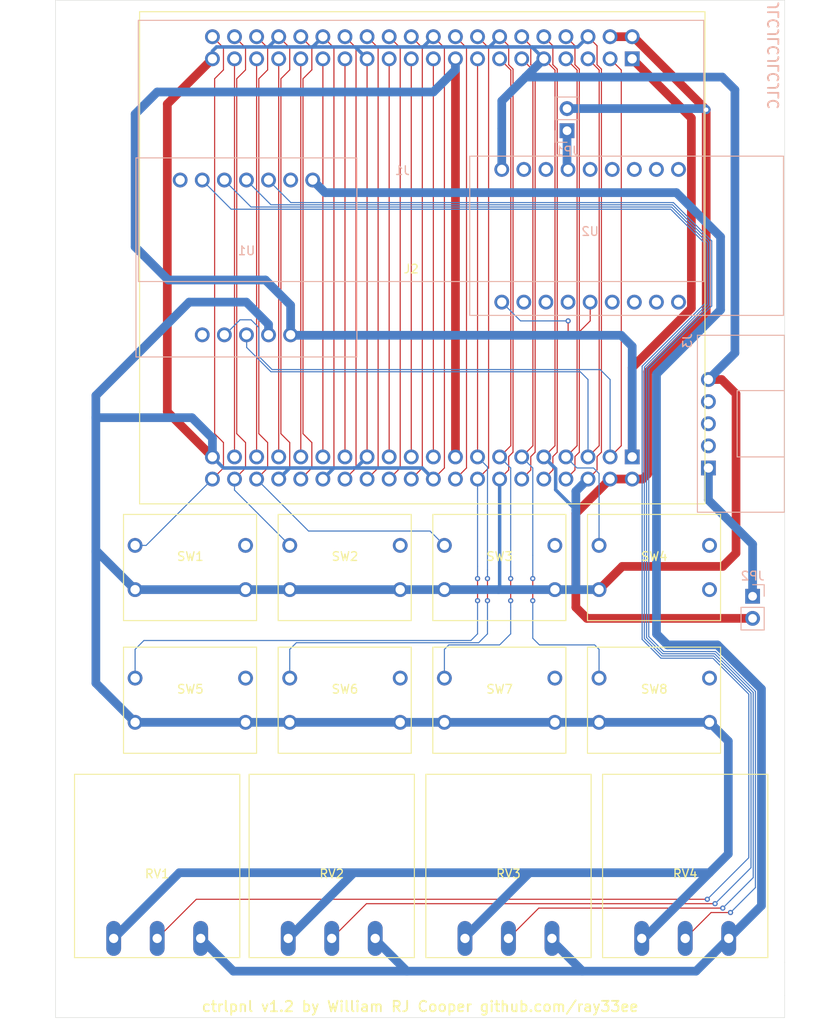
<source format=kicad_pcb>
(kicad_pcb (version 20171130) (host pcbnew "(5.1.10)-1")

  (general
    (thickness 1.6)
    (drawings 11)
    (tracks 413)
    (zones 0)
    (modules 23)
    (nets 51)
  )

  (page A4)
  (layers
    (0 F.Cu signal)
    (31 B.Cu signal)
    (32 B.Adhes user)
    (33 F.Adhes user)
    (34 B.Paste user)
    (35 F.Paste user)
    (36 B.SilkS user)
    (37 F.SilkS user)
    (38 B.Mask user)
    (39 F.Mask user)
    (40 Dwgs.User user)
    (41 Cmts.User user)
    (42 Eco1.User user)
    (43 Eco2.User user)
    (44 Edge.Cuts user)
    (45 Margin user)
    (46 B.CrtYd user)
    (47 F.CrtYd user)
    (48 B.Fab user)
    (49 F.Fab user)
  )

  (setup
    (last_trace_width 0.127)
    (user_trace_width 0.2)
    (user_trace_width 0.4)
    (user_trace_width 1)
    (trace_clearance 0.127)
    (zone_clearance 0.508)
    (zone_45_only no)
    (trace_min 0.127)
    (via_size 0.6)
    (via_drill 0.3)
    (via_min_size 0.4)
    (via_min_drill 0.3)
    (uvia_size 0.3)
    (uvia_drill 0.1)
    (uvias_allowed no)
    (uvia_min_size 0.2)
    (uvia_min_drill 0.1)
    (edge_width 0.05)
    (segment_width 0.2)
    (pcb_text_width 0.3)
    (pcb_text_size 1.5 1.5)
    (mod_edge_width 0.12)
    (mod_text_size 1 1)
    (mod_text_width 0.15)
    (pad_size 1.7 1.7)
    (pad_drill 1)
    (pad_to_mask_clearance 0)
    (aux_axis_origin 0 0)
    (visible_elements 7FFFFFFF)
    (pcbplotparams
      (layerselection 0x010fc_ffffffff)
      (usegerberextensions false)
      (usegerberattributes true)
      (usegerberadvancedattributes true)
      (creategerberjobfile true)
      (excludeedgelayer true)
      (linewidth 0.100000)
      (plotframeref false)
      (viasonmask false)
      (mode 1)
      (useauxorigin false)
      (hpglpennumber 1)
      (hpglpenspeed 20)
      (hpglpendiameter 15.000000)
      (psnegative false)
      (psa4output false)
      (plotreference true)
      (plotvalue true)
      (plotinvisibletext false)
      (padsonsilk false)
      (subtractmaskfromsilk false)
      (outputformat 1)
      (mirror false)
      (drillshape 0)
      (scaleselection 1)
      (outputdirectory "gerb/"))
  )

  (net 0 "")
  (net 1 +3V3)
  (net 2 +5V)
  (net 3 PI_SDA1)
  (net 4 PI_SCL1)
  (net 5 GND)
  (net 6 PI_J_7)
  (net 7 PI_TX)
  (net 8 PI_RX)
  (net 9 PI_J_11)
  (net 10 PI_J_12)
  (net 11 PI_J_13)
  (net 12 PI_J_15)
  (net 13 PI_J_16)
  (net 14 PI_J_18)
  (net 15 PI_J_19)
  (net 16 PI_J_21)
  (net 17 PI_J_22)
  (net 18 PI_J_23)
  (net 19 PI_J_24)
  (net 20 PI_J_26)
  (net 21 PI_J_27)
  (net 22 PI_J_28)
  (net 23 PI_J_29)
  (net 24 PI_J_31)
  (net 25 PI_J_32)
  (net 26 PI_J_33)
  (net 27 PI_J_35)
  (net 28 PI_J_36)
  (net 29 PI_J_37)
  (net 30 PI_J_38)
  (net 31 PI_J_40)
  (net 32 "Net-(SW1-Pad4)")
  (net 33 "Net-(SW2-Pad4)")
  (net 34 "Net-(SW3-Pad4)")
  (net 35 "Net-(SW4-Pad4)")
  (net 36 "Net-(SW5-Pad4)")
  (net 37 "Net-(SW6-Pad4)")
  (net 38 "Net-(SW7-Pad4)")
  (net 39 "Net-(SW8-Pad4)")
  (net 40 "Net-(SW4-Pad3)")
  (net 41 /Vref)
  (net 42 /POT_A0)
  (net 43 /POT_A1)
  (net 44 /POT_A2)
  (net 45 /POT_A3)
  (net 46 "Net-(J3-Pad2)")
  (net 47 "Net-(J3-Pad3)")
  (net 48 "Net-(J3-Pad4)")
  (net 49 /PWR_USB_5V)
  (net 50 /TTL_USB_5V)

  (net_class Default "This is the default net class."
    (clearance 0.127)
    (trace_width 0.127)
    (via_dia 0.6)
    (via_drill 0.3)
    (uvia_dia 0.3)
    (uvia_drill 0.1)
    (add_net +3V3)
    (add_net +5V)
    (add_net /POT_A0)
    (add_net /POT_A1)
    (add_net /POT_A2)
    (add_net /POT_A3)
    (add_net /PWR_USB_5V)
    (add_net /TTL_USB_5V)
    (add_net /Vref)
    (add_net GND)
    (add_net "Net-(J3-Pad2)")
    (add_net "Net-(J3-Pad3)")
    (add_net "Net-(J3-Pad4)")
    (add_net "Net-(SW1-Pad4)")
    (add_net "Net-(SW2-Pad4)")
    (add_net "Net-(SW3-Pad4)")
    (add_net "Net-(SW4-Pad3)")
    (add_net "Net-(SW4-Pad4)")
    (add_net "Net-(SW5-Pad4)")
    (add_net "Net-(SW6-Pad4)")
    (add_net "Net-(SW7-Pad4)")
    (add_net "Net-(SW8-Pad4)")
    (add_net PI_J_11)
    (add_net PI_J_12)
    (add_net PI_J_13)
    (add_net PI_J_15)
    (add_net PI_J_16)
    (add_net PI_J_18)
    (add_net PI_J_19)
    (add_net PI_J_21)
    (add_net PI_J_22)
    (add_net PI_J_23)
    (add_net PI_J_24)
    (add_net PI_J_26)
    (add_net PI_J_27)
    (add_net PI_J_28)
    (add_net PI_J_29)
    (add_net PI_J_31)
    (add_net PI_J_32)
    (add_net PI_J_33)
    (add_net PI_J_35)
    (add_net PI_J_36)
    (add_net PI_J_37)
    (add_net PI_J_38)
    (add_net PI_J_40)
    (add_net PI_J_7)
    (add_net PI_RX)
    (add_net PI_SCL1)
    (add_net PI_SDA1)
    (add_net PI_TX)
  )

  (module Connector_PinHeader_2.54mm:PinHeader_1x02_P2.54mm_Vertical (layer B.Cu) (tedit 59FED5CC) (tstamp 6101B080)
    (at 174.117 105.283 180)
    (descr "Through hole straight pin header, 1x02, 2.54mm pitch, single row")
    (tags "Through hole pin header THT 1x02 2.54mm single row")
    (path /61032027)
    (fp_text reference JP2 (at 0 2.33) (layer B.SilkS)
      (effects (font (size 1 1) (thickness 0.15)) (justify mirror))
    )
    (fp_text value Jumper_2_Open (at 0 -4.87) (layer B.Fab)
      (effects (font (size 1 1) (thickness 0.15)) (justify mirror))
    )
    (fp_line (start -0.635 1.27) (end 1.27 1.27) (layer B.Fab) (width 0.1))
    (fp_line (start 1.27 1.27) (end 1.27 -3.81) (layer B.Fab) (width 0.1))
    (fp_line (start 1.27 -3.81) (end -1.27 -3.81) (layer B.Fab) (width 0.1))
    (fp_line (start -1.27 -3.81) (end -1.27 0.635) (layer B.Fab) (width 0.1))
    (fp_line (start -1.27 0.635) (end -0.635 1.27) (layer B.Fab) (width 0.1))
    (fp_line (start -1.33 -3.87) (end 1.33 -3.87) (layer B.SilkS) (width 0.12))
    (fp_line (start -1.33 -1.27) (end -1.33 -3.87) (layer B.SilkS) (width 0.12))
    (fp_line (start 1.33 -1.27) (end 1.33 -3.87) (layer B.SilkS) (width 0.12))
    (fp_line (start -1.33 -1.27) (end 1.33 -1.27) (layer B.SilkS) (width 0.12))
    (fp_line (start -1.33 0) (end -1.33 1.33) (layer B.SilkS) (width 0.12))
    (fp_line (start -1.33 1.33) (end 0 1.33) (layer B.SilkS) (width 0.12))
    (fp_line (start -1.8 1.8) (end -1.8 -4.35) (layer B.CrtYd) (width 0.05))
    (fp_line (start -1.8 -4.35) (end 1.8 -4.35) (layer B.CrtYd) (width 0.05))
    (fp_line (start 1.8 -4.35) (end 1.8 1.8) (layer B.CrtYd) (width 0.05))
    (fp_line (start 1.8 1.8) (end -1.8 1.8) (layer B.CrtYd) (width 0.05))
    (fp_text user %R (at 0 -1.27 270) (layer B.Fab)
      (effects (font (size 1 1) (thickness 0.15)) (justify mirror))
    )
    (pad 2 thru_hole oval (at 0 -2.54 180) (size 1.7 1.7) (drill 1) (layers *.Cu *.Mask)
      (net 2 +5V))
    (pad 1 thru_hole rect (at 0 0 180) (size 1.7 1.7) (drill 1) (layers *.Cu *.Mask)
      (net 49 /PWR_USB_5V))
    (model ${KISYS3DMOD}/Connector_PinHeader_2.54mm.3dshapes/PinHeader_1x02_P2.54mm_Vertical.wrl
      (at (xyz 0 0 0))
      (scale (xyz 1 1 1))
      (rotate (xyz 0 0 0))
    )
  )

  (module Connector_PinHeader_2.54mm:PinHeader_1x02_P2.54mm_Vertical (layer B.Cu) (tedit 61019953) (tstamp 6101A16E)
    (at 152.781 51.816)
    (descr "Through hole straight pin header, 1x02, 2.54mm pitch, single row")
    (tags "Through hole pin header THT 1x02 2.54mm single row")
    (path /61038815)
    (fp_text reference JP1 (at 0 2.33) (layer B.SilkS)
      (effects (font (size 1 1) (thickness 0.15)) (justify mirror))
    )
    (fp_text value Jumper_2_Open (at 0 -4.87) (layer B.Fab)
      (effects (font (size 1 1) (thickness 0.15)) (justify mirror))
    )
    (fp_line (start -0.635 1.27) (end 1.27 1.27) (layer B.Fab) (width 0.1))
    (fp_line (start 1.27 1.27) (end 1.27 -3.81) (layer B.Fab) (width 0.1))
    (fp_line (start 1.27 -3.81) (end -1.27 -3.81) (layer B.Fab) (width 0.1))
    (fp_line (start -1.27 -3.81) (end -1.27 0.635) (layer B.Fab) (width 0.1))
    (fp_line (start -1.27 0.635) (end -0.635 1.27) (layer B.Fab) (width 0.1))
    (fp_line (start -1.33 -3.87) (end 1.33 -3.87) (layer B.SilkS) (width 0.12))
    (fp_line (start -1.33 -1.27) (end -1.33 -3.87) (layer B.SilkS) (width 0.12))
    (fp_line (start 1.33 -1.27) (end 1.33 -3.87) (layer B.SilkS) (width 0.12))
    (fp_line (start -1.33 -1.27) (end 1.33 -1.27) (layer B.SilkS) (width 0.12))
    (fp_line (start -1.33 0) (end -1.33 1.33) (layer B.SilkS) (width 0.12))
    (fp_line (start -1.33 1.33) (end 0 1.33) (layer B.SilkS) (width 0.12))
    (fp_line (start -1.8 1.8) (end -1.8 -4.35) (layer B.CrtYd) (width 0.05))
    (fp_line (start -1.8 -4.35) (end 1.8 -4.35) (layer B.CrtYd) (width 0.05))
    (fp_line (start 1.8 -4.35) (end 1.8 1.8) (layer B.CrtYd) (width 0.05))
    (fp_line (start 1.8 1.8) (end -1.8 1.8) (layer B.CrtYd) (width 0.05))
    (pad 2 thru_hole oval (at 0 -2.54) (size 1.7 1.7) (drill 1) (layers *.Cu *.Mask)
      (net 2 +5V))
    (pad 1 thru_hole rect (at 0 0) (size 1.7 1.7) (drill 1) (layers *.Cu *.Mask)
      (net 50 /TTL_USB_5V))
    (model ${KISYS3DMOD}/Connector_PinHeader_2.54mm.3dshapes/PinHeader_1x02_P2.54mm_Vertical.wrl
      (at (xyz 0 0 0))
      (scale (xyz 1 1 1))
      (rotate (xyz 0 0 0))
    )
  )

  (module Socket:Adafruit_Micro_USB_Breakout (layer B.Cu) (tedit 6101916F) (tstamp 6101B666)
    (at 167.767 94.361 90)
    (path /6104A7E7)
    (fp_text reference J3 (at 18.415 -1.143 90) (layer B.SilkS)
      (effects (font (size 1 1) (thickness 0.15)) (justify mirror))
    )
    (fp_text value Micro_USB_Breakout (at 9.21 11.43 -90) (layer B.Fab)
      (effects (font (size 1 1) (thickness 0.15)) (justify mirror))
    )
    (fp_line (start -1.27 0) (end -1.27 10) (layer B.SilkS) (width 0.12))
    (fp_line (start -1.27 0) (end 19.05 0) (layer B.SilkS) (width 0.12))
    (fp_line (start -1.27 10) (end 19.05 10) (layer B.SilkS) (width 0.12))
    (fp_line (start 19.05 0) (end 19.05 10) (layer B.SilkS) (width 0.12))
    (fp_line (start 5.08 9.9695) (end 5.08 4.572) (layer B.SilkS) (width 0.12))
    (fp_line (start 12.7 9.9695) (end 12.7 4.572) (layer B.SilkS) (width 0.12))
    (fp_line (start 12.7 4.572) (end 5.08 4.572) (layer B.SilkS) (width 0.12))
    (pad "" np_thru_hole circle (at 1.27 7.62 90) (size 2.5 2.5) (drill 2.5) (layers *.Cu *.Mask))
    (pad "" np_thru_hole circle (at 16.51 7.62 90) (size 2.5 2.5) (drill 2.5) (layers *.Cu *.Mask))
    (pad 1 thru_hole rect (at 3.81 1.27 90) (size 1.7 1.7) (drill 1.07) (layers *.Cu *.Mask)
      (net 49 /PWR_USB_5V))
    (pad 2 thru_hole circle (at 6.35 1.27 90) (size 1.7 1.7) (drill 1.07) (layers *.Cu *.Mask)
      (net 46 "Net-(J3-Pad2)"))
    (pad 3 thru_hole circle (at 8.89 1.27 90) (size 1.7 1.7) (drill 1.07) (layers *.Cu *.Mask)
      (net 47 "Net-(J3-Pad3)"))
    (pad 4 thru_hole circle (at 11.43 1.27 90) (size 1.7 1.7) (drill 1.07) (layers *.Cu *.Mask)
      (net 48 "Net-(J3-Pad4)"))
    (pad 5 thru_hole circle (at 13.97 1.27 90) (size 1.7 1.7) (drill 1.07) (layers *.Cu *.Mask)
      (net 5 GND))
  )

  (module MountingHole:MountingHole_2.7mm_M2.5 (layer F.Cu) (tedit 6101456D) (tstamp 6101A8D6)
    (at 173.99 149.86)
    (descr "Mounting Hole 2.7mm, no annular, M2.5")
    (tags "mounting hole 2.7mm no annular m2.5")
    (attr virtual)
    (fp_text reference REF** (at 0 -2.54) (layer F.SilkS) hide
      (effects (font (size 1 1) (thickness 0.15)))
    )
    (fp_text value MountingHole_2.7mm_M2.5 (at 0 3.7) (layer F.Fab)
      (effects (font (size 1 1) (thickness 0.15)))
    )
    (fp_circle (center 0 0) (end 2.7 0) (layer Cmts.User) (width 0.15))
    (fp_circle (center 0 0) (end 2.95 0) (layer F.CrtYd) (width 0.05))
    (fp_text user %R (at 0.3 0) (layer F.Fab)
      (effects (font (size 1 1) (thickness 0.15)))
    )
    (pad "" np_thru_hole circle (at 0 0) (size 2.7 2.7) (drill 2.7) (layers *.Cu *.Mask))
  )

  (module "Socket:Adafruit 2.4'' 320x240 Touchscreen" (layer F.Cu) (tedit 61009AAA) (tstamp 6100C7B2)
    (at 134.874 66.421)
    (path /610BF718)
    (fp_text reference J2 (at 0 1.27) (layer F.SilkS)
      (effects (font (size 1 1) (thickness 0.15)))
    )
    (fp_text value Adafruit_TouchScreen_Header (at 1.27 -0.5) (layer F.Fab)
      (effects (font (size 1 1) (thickness 0.15)))
    )
    (fp_line (start -31.23 28.25) (end 33.77 28.25) (layer F.SilkS) (width 0.12))
    (fp_line (start 33.77 -28.27) (end 33.77 28.25) (layer F.SilkS) (width 0.12))
    (fp_line (start -31.23 -28.27) (end -31.23 28.25) (layer F.SilkS) (width 0.12))
    (fp_line (start -31.23 -28.27) (end 33.77 -28.27) (layer F.SilkS) (width 0.12))
    (pad 23 thru_hole circle (at -2.54 22.86 180) (size 1.7 1.7) (drill 1.07) (layers *.Cu *.Mask)
      (net 18 PI_J_23))
    (pad 28 thru_hole circle (at -7.62 25.4 180) (size 1.7 1.7) (drill 1.07) (layers *.Cu *.Mask)
      (net 22 PI_J_28))
    (pad 12 thru_hole circle (at 12.7 25.4 180) (size 1.7 1.7) (drill 1.07) (layers *.Cu *.Mask)
      (net 10 PI_J_12))
    (pad 29 thru_hole circle (at -10.16 22.86 180) (size 1.7 1.7) (drill 1.07) (layers *.Cu *.Mask)
      (net 23 PI_J_29))
    (pad 6 thru_hole circle (at 15.24 22.86 180) (size 1.7 1.7) (drill 1.07) (layers *.Cu *.Mask)
      (net 5 GND))
    (pad 31 thru_hole circle (at -12.7 22.86 180) (size 1.7 1.7) (drill 1.07) (layers *.Cu *.Mask)
      (net 24 PI_J_31))
    (pad 6 thru_hole circle (at -15.24 25.4 180) (size 1.7 1.7) (drill 1.07) (layers *.Cu *.Mask)
      (net 5 GND))
    (pad 35 thru_hole circle (at -17.78 22.86 180) (size 1.7 1.7) (drill 1.07) (layers *.Cu *.Mask)
      (net 27 PI_J_35))
    (pad 3 thru_hole circle (at 22.86 22.86 180) (size 1.7 1.7) (drill 1.07) (layers *.Cu *.Mask)
      (net 3 PI_SDA1))
    (pad 6 thru_hole circle (at 20.32 25.4 180) (size 1.7 1.7) (drill 1.07) (layers *.Cu *.Mask)
      (net 5 GND))
    (pad 6 thru_hole circle (at 10.16 25.4 180) (size 1.7 1.7) (drill 1.07) (layers *.Cu *.Mask)
      (net 5 GND))
    (pad 10 thru_hole circle (at 15.24 25.4 180) (size 1.7 1.7) (drill 1.07) (layers *.Cu *.Mask)
      (net 8 PI_RX))
    (pad 15 thru_hole circle (at 7.62 22.86 180) (size 1.7 1.7) (drill 1.07) (layers *.Cu *.Mask)
      (net 12 PI_J_15))
    (pad 6 thru_hole circle (at -10.16 25.4 180) (size 1.7 1.7) (drill 1.07) (layers *.Cu *.Mask)
      (net 5 GND))
    (pad 32 thru_hole circle (at -12.7 25.4 180) (size 1.7 1.7) (drill 1.07) (layers *.Cu *.Mask)
      (net 25 PI_J_32))
    (pad 26 thru_hole circle (at -5.08 25.4 180) (size 1.7 1.7) (drill 1.07) (layers *.Cu *.Mask)
      (net 20 PI_J_26))
    (pad 33 thru_hole circle (at -15.24 22.86 180) (size 1.7 1.7) (drill 1.07) (layers *.Cu *.Mask)
      (net 26 PI_J_33))
    (pad 24 thru_hole circle (at -2.54 25.4 180) (size 1.7 1.7) (drill 1.07) (layers *.Cu *.Mask)
      (net 19 PI_J_24))
    (pad 36 thru_hole circle (at -17.78 25.4 180) (size 1.7 1.7) (drill 1.07) (layers *.Cu *.Mask)
      (net 28 PI_J_36))
    (pad 37 thru_hole circle (at -20.32 22.86 180) (size 1.7 1.7) (drill 1.07) (layers *.Cu *.Mask)
      (net 29 PI_J_37))
    (pad 1 thru_hole trapezoid (at 25.4 22.86 180) (size 1.7 1.7) (drill 1.07) (layers *.Cu *.Mask)
      (net 1 +3V3))
    (pad 2 thru_hole circle (at 25.4 25.4 180) (size 1.7 1.7) (drill 1.07) (layers *.Cu *.Mask)
      (net 2 +5V))
    (pad 5 thru_hole circle (at 20.32 22.86 180) (size 1.7 1.7) (drill 1.07) (layers *.Cu *.Mask)
      (net 4 PI_SCL1))
    (pad 11 thru_hole circle (at 12.7 22.86 180) (size 1.7 1.7) (drill 1.07) (layers *.Cu *.Mask)
      (net 9 PI_J_11))
    (pad 13 thru_hole circle (at 10.16 22.86 180) (size 1.7 1.7) (drill 1.07) (layers *.Cu *.Mask)
      (net 11 PI_J_13))
    (pad 1 thru_hole circle (at 5.08 22.86 180) (size 1.7 1.7) (drill 1.07) (layers *.Cu *.Mask)
      (net 1 +3V3))
    (pad 19 thru_hole circle (at 2.54 22.86 180) (size 1.7 1.7) (drill 1.07) (layers *.Cu *.Mask)
      (net 15 PI_J_19))
    (pad 6 thru_hole circle (at 2.54 25.4 180) (size 1.7 1.7) (drill 1.07) (layers *.Cu *.Mask)
      (net 5 GND))
    (pad 7 thru_hole circle (at 17.78 22.86 180) (size 1.7 1.7) (drill 1.07) (layers *.Cu *.Mask)
      (net 6 PI_J_7))
    (pad 22 thru_hole circle (at 0 25.4 180) (size 1.7 1.7) (drill 1.07) (layers *.Cu *.Mask)
      (net 17 PI_J_22))
    (pad 27 thru_hole circle (at -7.62 22.86 180) (size 1.7 1.7) (drill 1.07) (layers *.Cu *.Mask)
      (net 21 PI_J_27))
    (pad 2 thru_hole circle (at 22.86 25.4 180) (size 1.7 1.7) (drill 1.07) (layers *.Cu *.Mask)
      (net 2 +5V))
    (pad 18 thru_hole circle (at 5.08 25.4 180) (size 1.7 1.7) (drill 1.07) (layers *.Cu *.Mask)
      (net 14 PI_J_18))
    (pad 16 thru_hole circle (at 7.62 25.4 180) (size 1.7 1.7) (drill 1.07) (layers *.Cu *.Mask)
      (net 13 PI_J_16))
    (pad 8 thru_hole circle (at 17.78 25.4 180) (size 1.7 1.7) (drill 1.07) (layers *.Cu *.Mask)
      (net 7 PI_TX))
    (pad 21 thru_hole circle (at 0 22.86 180) (size 1.7 1.7) (drill 1.07) (layers *.Cu *.Mask)
      (net 16 PI_J_21))
    (pad 6 thru_hole circle (at -5.08 22.86 180) (size 1.7 1.7) (drill 1.07) (layers *.Cu *.Mask)
      (net 5 GND))
    (pad 38 thru_hole circle (at -20.32 25.4 180) (size 1.7 1.7) (drill 1.07) (layers *.Cu *.Mask)
      (net 30 PI_J_38))
    (pad 40 thru_hole circle (at -22.86 25.4 180) (size 1.7 1.7) (drill 1.07) (layers *.Cu *.Mask)
      (net 31 PI_J_40))
    (pad 6 thru_hole circle (at -22.86 22.86 180) (size 1.7 1.7) (drill 1.07) (layers *.Cu *.Mask)
      (net 5 GND))
    (pad "" np_thru_hole circle (at -27.86 -24.87) (size 2.75 2.75) (drill 2.75) (layers *.Cu *.Mask))
    (pad "" np_thru_hole circle (at 30.4 -24.87) (size 2.75 2.75) (drill 2.75) (layers *.Cu *.Mask))
    (pad "" np_thru_hole circle (at -27.86 24.13) (size 2.75 2.75) (drill 2.75) (layers *.Cu *.Mask))
    (pad "" np_thru_hole circle (at 30.4 24.13) (size 2.75 2.75) (drill 2.75) (layers *.Cu *.Mask))
  )

  (module MountingHole:MountingHole_2.7mm_M2.5 (layer F.Cu) (tedit 6101456D) (tstamp 6101A8D6)
    (at 97.79 149.86)
    (descr "Mounting Hole 2.7mm, no annular, M2.5")
    (tags "mounting hole 2.7mm no annular m2.5")
    (attr virtual)
    (fp_text reference REF** (at 0 -2.54) (layer F.SilkS) hide
      (effects (font (size 1 1) (thickness 0.15)))
    )
    (fp_text value MountingHole_2.7mm_M2.5 (at 0 3.7) (layer F.Fab)
      (effects (font (size 1 1) (thickness 0.15)))
    )
    (fp_circle (center 0 0) (end 2.7 0) (layer Cmts.User) (width 0.15))
    (fp_circle (center 0 0) (end 2.95 0) (layer F.CrtYd) (width 0.05))
    (fp_text user %R (at 0.3 0) (layer F.Fab)
      (effects (font (size 1 1) (thickness 0.15)))
    )
    (pad "" np_thru_hole circle (at 0 0) (size 2.7 2.7) (drill 2.7) (layers *.Cu *.Mask))
  )

  (module MountingHole:MountingHole_2.7mm_M2.5 (layer F.Cu) (tedit 6101456D) (tstamp 6101A8D6)
    (at 97.79 40.64)
    (descr "Mounting Hole 2.7mm, no annular, M2.5")
    (tags "mounting hole 2.7mm no annular m2.5")
    (attr virtual)
    (fp_text reference REF** (at 0 -2.54) (layer F.SilkS) hide
      (effects (font (size 1 1) (thickness 0.15)))
    )
    (fp_text value MountingHole_2.7mm_M2.5 (at 0 3.7) (layer F.Fab)
      (effects (font (size 1 1) (thickness 0.15)))
    )
    (fp_circle (center 0 0) (end 2.7 0) (layer Cmts.User) (width 0.15))
    (fp_circle (center 0 0) (end 2.95 0) (layer F.CrtYd) (width 0.05))
    (fp_text user %R (at 0.3 0) (layer F.Fab)
      (effects (font (size 1 1) (thickness 0.15)))
    )
    (pad "" np_thru_hole circle (at 0 0) (size 2.7 2.7) (drill 2.7) (layers *.Cu *.Mask))
  )

  (module MountingHole:MountingHole_2.7mm_M2.5 (layer F.Cu) (tedit 6101456D) (tstamp 6101A327)
    (at 173.99 40.64)
    (descr "Mounting Hole 2.7mm, no annular, M2.5")
    (tags "mounting hole 2.7mm no annular m2.5")
    (attr virtual)
    (fp_text reference REF** (at 0 -2.54) (layer F.SilkS) hide
      (effects (font (size 1 1) (thickness 0.15)))
    )
    (fp_text value MountingHole_2.7mm_M2.5 (at 0 3.7) (layer F.Fab)
      (effects (font (size 1 1) (thickness 0.15)))
    )
    (fp_circle (center 0 0) (end 2.7 0) (layer Cmts.User) (width 0.15))
    (fp_circle (center 0 0) (end 2.95 0) (layer F.CrtYd) (width 0.05))
    (fp_text user %R (at 0.3 0) (layer F.Fab)
      (effects (font (size 1 1) (thickness 0.15)))
    )
    (pad "" np_thru_hole circle (at 0 0) (size 2.7 2.7) (drill 2.7) (layers *.Cu *.Mask))
  )

  (module "Socket:Pi Zero" (layer B.Cu) (tedit 61009A89) (tstamp 6100C77E)
    (at 134.874 53.721 180)
    (path /6105F723)
    (fp_text reference J1 (at 1.016 -2.667) (layer B.SilkS)
      (effects (font (size 1 1) (thickness 0.15)) (justify mirror))
    )
    (fp_text value Raspberry_Pi_Header (at -3.14 -0.66) (layer B.Fab)
      (effects (font (size 1 1) (thickness 0.15)) (justify mirror))
    )
    (fp_line (start -33.62 14.58) (end -33.62 -15.42) (layer B.SilkS) (width 0.12))
    (fp_line (start -33.62 14.58) (end 31.38 14.58) (layer B.SilkS) (width 0.12))
    (fp_line (start -33.62 -15.42) (end 31.38 -15.42) (layer B.SilkS) (width 0.12))
    (fp_line (start 31.38 14.58) (end 31.38 -15.42) (layer B.SilkS) (width 0.12))
    (pad 40 thru_hole circle (at 22.86 12.7 180) (size 1.7 1.7) (drill 1.07) (layers *.Cu *.Mask)
      (net 31 PI_J_40))
    (pad 6 thru_hole circle (at 22.86 10.16 180) (size 1.7 1.7) (drill 1.07) (layers *.Cu *.Mask)
      (net 5 GND))
    (pad 38 thru_hole circle (at 20.32 12.7 180) (size 1.7 1.7) (drill 1.07) (layers *.Cu *.Mask)
      (net 30 PI_J_38))
    (pad 37 thru_hole circle (at 20.32 10.16 180) (size 1.7 1.7) (drill 1.07) (layers *.Cu *.Mask)
      (net 29 PI_J_37))
    (pad 36 thru_hole circle (at 17.78 12.7 180) (size 1.7 1.7) (drill 1.07) (layers *.Cu *.Mask)
      (net 28 PI_J_36))
    (pad 35 thru_hole circle (at 17.78 10.16 180) (size 1.7 1.7) (drill 1.07) (layers *.Cu *.Mask)
      (net 27 PI_J_35))
    (pad 6 thru_hole circle (at 15.24 12.7 180) (size 1.7 1.7) (drill 1.07) (layers *.Cu *.Mask)
      (net 5 GND))
    (pad 33 thru_hole circle (at 15.24 10.16 180) (size 1.7 1.7) (drill 1.07) (layers *.Cu *.Mask)
      (net 26 PI_J_33))
    (pad 32 thru_hole circle (at 12.7 12.7 180) (size 1.7 1.7) (drill 1.07) (layers *.Cu *.Mask)
      (net 25 PI_J_32))
    (pad 31 thru_hole circle (at 12.7 10.16 180) (size 1.7 1.7) (drill 1.07) (layers *.Cu *.Mask)
      (net 24 PI_J_31))
    (pad 6 thru_hole circle (at 10.16 12.7 180) (size 1.7 1.7) (drill 1.07) (layers *.Cu *.Mask)
      (net 5 GND))
    (pad 29 thru_hole circle (at 10.16 10.16 180) (size 1.7 1.7) (drill 1.07) (layers *.Cu *.Mask)
      (net 23 PI_J_29))
    (pad 28 thru_hole circle (at 7.62 12.7 180) (size 1.7 1.7) (drill 1.07) (layers *.Cu *.Mask)
      (net 22 PI_J_28))
    (pad 27 thru_hole circle (at 7.62 10.16 180) (size 1.7 1.7) (drill 1.07) (layers *.Cu *.Mask)
      (net 21 PI_J_27))
    (pad 26 thru_hole circle (at 5.08 12.7 180) (size 1.7 1.7) (drill 1.07) (layers *.Cu *.Mask)
      (net 20 PI_J_26))
    (pad 6 thru_hole circle (at 5.08 10.16 180) (size 1.7 1.7) (drill 1.07) (layers *.Cu *.Mask)
      (net 5 GND))
    (pad 24 thru_hole circle (at 2.54 12.7 180) (size 1.7 1.7) (drill 1.07) (layers *.Cu *.Mask)
      (net 19 PI_J_24))
    (pad 23 thru_hole circle (at 2.54 10.16 180) (size 1.7 1.7) (drill 1.07) (layers *.Cu *.Mask)
      (net 18 PI_J_23))
    (pad 22 thru_hole circle (at 0 12.7 180) (size 1.7 1.7) (drill 1.07) (layers *.Cu *.Mask)
      (net 17 PI_J_22))
    (pad 21 thru_hole circle (at 0 10.16 180) (size 1.7 1.7) (drill 1.07) (layers *.Cu *.Mask)
      (net 16 PI_J_21))
    (pad 6 thru_hole circle (at -2.54 12.7 180) (size 1.7 1.7) (drill 1.07) (layers *.Cu *.Mask)
      (net 5 GND))
    (pad 19 thru_hole circle (at -2.54 10.16 180) (size 1.7 1.7) (drill 1.07) (layers *.Cu *.Mask)
      (net 15 PI_J_19))
    (pad 18 thru_hole circle (at -5.08 12.7 180) (size 1.7 1.7) (drill 1.07) (layers *.Cu *.Mask)
      (net 14 PI_J_18))
    (pad 1 thru_hole circle (at -5.08 10.16 180) (size 1.7 1.7) (drill 1.07) (layers *.Cu *.Mask)
      (net 1 +3V3))
    (pad 16 thru_hole circle (at -7.62 12.7 180) (size 1.7 1.7) (drill 1.07) (layers *.Cu *.Mask)
      (net 13 PI_J_16))
    (pad 15 thru_hole circle (at -7.62 10.16 180) (size 1.7 1.7) (drill 1.07) (layers *.Cu *.Mask)
      (net 12 PI_J_15))
    (pad 6 thru_hole circle (at -10.16 12.7 180) (size 1.7 1.7) (drill 1.07) (layers *.Cu *.Mask)
      (net 5 GND))
    (pad 13 thru_hole circle (at -10.16 10.16 180) (size 1.7 1.7) (drill 1.07) (layers *.Cu *.Mask)
      (net 11 PI_J_13))
    (pad 12 thru_hole circle (at -12.7 12.7 180) (size 1.7 1.7) (drill 1.07) (layers *.Cu *.Mask)
      (net 10 PI_J_12))
    (pad 11 thru_hole circle (at -12.7 10.16 180) (size 1.7 1.7) (drill 1.07) (layers *.Cu *.Mask)
      (net 9 PI_J_11))
    (pad 10 thru_hole circle (at -15.24 12.7 180) (size 1.7 1.7) (drill 1.07) (layers *.Cu *.Mask)
      (net 8 PI_RX))
    (pad 6 thru_hole circle (at -15.24 10.16 180) (size 1.7 1.7) (drill 1.07) (layers *.Cu *.Mask)
      (net 5 GND))
    (pad 8 thru_hole circle (at -17.78 12.7 180) (size 1.7 1.7) (drill 1.07) (layers *.Cu *.Mask)
      (net 7 PI_TX))
    (pad 7 thru_hole circle (at -17.78 10.16 180) (size 1.7 1.7) (drill 1.07) (layers *.Cu *.Mask)
      (net 6 PI_J_7))
    (pad 6 thru_hole circle (at -20.32 12.7 180) (size 1.7 1.7) (drill 1.07) (layers *.Cu *.Mask)
      (net 5 GND))
    (pad 5 thru_hole circle (at -20.32 10.16 180) (size 1.7 1.7) (drill 1.07) (layers *.Cu *.Mask)
      (net 4 PI_SCL1))
    (pad 2 thru_hole circle (at -22.86 12.7 180) (size 1.7 1.7) (drill 1.07) (layers *.Cu *.Mask)
      (net 2 +5V))
    (pad 3 thru_hole circle (at -22.86 10.16 180) (size 1.7 1.7) (drill 1.07) (layers *.Cu *.Mask)
      (net 3 PI_SDA1))
    (pad 2 thru_hole circle (at -25.4 12.7 180) (size 1.7 1.7) (drill 1.07) (layers *.Cu *.Mask)
      (net 2 +5V))
    (pad 1 thru_hole trapezoid (at -25.4 10.16 180) (size 1.7 1.7) (drill 1.07) (layers *.Cu *.Mask)
      (net 1 +3V3))
  )

  (module Socket:WH148-1A-2 (layer F.Cu) (tedit 6100A292) (tstamp 6100C7BF)
    (at 105.664 132.08)
    (path /61015C38)
    (fp_text reference RV1 (at 0 5.08) (layer F.SilkS)
      (effects (font (size 1 1) (thickness 0.15)))
    )
    (fp_text value R_POT (at 0 -5.08) (layer F.Fab)
      (effects (font (size 1 1) (thickness 0.15)))
    )
    (fp_line (start -9.5 -6.35) (end -9.5 14.7) (layer F.SilkS) (width 0.12))
    (fp_line (start 9.5 -6.35) (end 9.5 14.7) (layer F.SilkS) (width 0.12))
    (fp_line (start -9.5 -6.35) (end 9.5 -6.35) (layer F.SilkS) (width 0.12))
    (fp_line (start -9.5 14.7) (end 9.5 14.7) (layer F.SilkS) (width 0.12))
    (pad 3 thru_hole oval (at 5 12.5) (size 1.7 4) (drill 1.07) (layers *.Cu *.Mask)
      (net 41 /Vref))
    (pad 1 thru_hole oval (at -5 12.5) (size 1.7 4) (drill 1.07) (layers *.Cu *.Mask)
      (net 5 GND))
    (pad 2 thru_hole oval (at 0 12.5) (size 1.7 4) (drill 1.07) (layers *.Cu *.Mask)
      (net 42 /POT_A0))
    (pad "" np_thru_hole oval (at -7.8 0) (size 1.4 2.8) (drill oval 1.4 2.8) (layers *.Cu *.Mask))
    (pad "" np_thru_hole circle (at 0 0) (size 6.75 6.75) (drill 6.75) (layers *.Cu *.Mask))
  )

  (module Socket:WH148-1A-2 (layer F.Cu) (tedit 6100A292) (tstamp 6100C7CC)
    (at 125.73 132.08)
    (path /61003040)
    (fp_text reference RV2 (at 0 5.08) (layer F.SilkS)
      (effects (font (size 1 1) (thickness 0.15)))
    )
    (fp_text value R_POT (at 0 -5.08) (layer F.Fab)
      (effects (font (size 1 1) (thickness 0.15)))
    )
    (fp_line (start -9.5 -6.35) (end -9.5 14.7) (layer F.SilkS) (width 0.12))
    (fp_line (start 9.5 -6.35) (end 9.5 14.7) (layer F.SilkS) (width 0.12))
    (fp_line (start -9.5 -6.35) (end 9.5 -6.35) (layer F.SilkS) (width 0.12))
    (fp_line (start -9.5 14.7) (end 9.5 14.7) (layer F.SilkS) (width 0.12))
    (pad 3 thru_hole oval (at 5 12.5) (size 1.7 4) (drill 1.07) (layers *.Cu *.Mask)
      (net 41 /Vref))
    (pad 1 thru_hole oval (at -5 12.5) (size 1.7 4) (drill 1.07) (layers *.Cu *.Mask)
      (net 5 GND))
    (pad 2 thru_hole oval (at 0 12.5) (size 1.7 4) (drill 1.07) (layers *.Cu *.Mask)
      (net 43 /POT_A1))
    (pad "" np_thru_hole oval (at -7.8 0) (size 1.4 2.8) (drill oval 1.4 2.8) (layers *.Cu *.Mask))
    (pad "" np_thru_hole circle (at 0 0) (size 6.75 6.75) (drill 6.75) (layers *.Cu *.Mask))
  )

  (module Socket:WH148-1A-2 (layer F.Cu) (tedit 6100A292) (tstamp 6100D16C)
    (at 146.05 132.08)
    (path /61003776)
    (fp_text reference RV3 (at 0 5.08) (layer F.SilkS)
      (effects (font (size 1 1) (thickness 0.15)))
    )
    (fp_text value R_POT (at 0 -5.08) (layer F.Fab)
      (effects (font (size 1 1) (thickness 0.15)))
    )
    (fp_line (start -9.5 -6.35) (end -9.5 14.7) (layer F.SilkS) (width 0.12))
    (fp_line (start 9.5 -6.35) (end 9.5 14.7) (layer F.SilkS) (width 0.12))
    (fp_line (start -9.5 -6.35) (end 9.5 -6.35) (layer F.SilkS) (width 0.12))
    (fp_line (start -9.5 14.7) (end 9.5 14.7) (layer F.SilkS) (width 0.12))
    (pad 3 thru_hole oval (at 5 12.5) (size 1.7 4) (drill 1.07) (layers *.Cu *.Mask)
      (net 41 /Vref))
    (pad 1 thru_hole oval (at -5 12.5) (size 1.7 4) (drill 1.07) (layers *.Cu *.Mask)
      (net 5 GND))
    (pad 2 thru_hole oval (at 0 12.5) (size 1.7 4) (drill 1.07) (layers *.Cu *.Mask)
      (net 44 /POT_A2))
    (pad "" np_thru_hole oval (at -7.8 0) (size 1.4 2.8) (drill oval 1.4 2.8) (layers *.Cu *.Mask))
    (pad "" np_thru_hole circle (at 0 0) (size 6.75 6.75) (drill 6.75) (layers *.Cu *.Mask))
  )

  (module Socket:WH148-1A-2 (layer F.Cu) (tedit 6100A292) (tstamp 6100C7E6)
    (at 166.37 132.08)
    (path /61003D8D)
    (fp_text reference RV4 (at 0 5.08) (layer F.SilkS)
      (effects (font (size 1 1) (thickness 0.15)))
    )
    (fp_text value R_POT (at 0 -5.08) (layer F.Fab)
      (effects (font (size 1 1) (thickness 0.15)))
    )
    (fp_line (start -9.5 -6.35) (end -9.5 14.7) (layer F.SilkS) (width 0.12))
    (fp_line (start 9.5 -6.35) (end 9.5 14.7) (layer F.SilkS) (width 0.12))
    (fp_line (start -9.5 -6.35) (end 9.5 -6.35) (layer F.SilkS) (width 0.12))
    (fp_line (start -9.5 14.7) (end 9.5 14.7) (layer F.SilkS) (width 0.12))
    (pad 3 thru_hole oval (at 5 12.5) (size 1.7 4) (drill 1.07) (layers *.Cu *.Mask)
      (net 41 /Vref))
    (pad 1 thru_hole oval (at -5 12.5) (size 1.7 4) (drill 1.07) (layers *.Cu *.Mask)
      (net 5 GND))
    (pad 2 thru_hole oval (at 0 12.5) (size 1.7 4) (drill 1.07) (layers *.Cu *.Mask)
      (net 45 /POT_A3))
    (pad "" np_thru_hole oval (at -7.8 0) (size 1.4 2.8) (drill oval 1.4 2.8) (layers *.Cu *.Mask))
    (pad "" np_thru_hole circle (at 0 0) (size 6.75 6.75) (drill 6.75) (layers *.Cu *.Mask))
  )

  (module Socket:Switch (layer F.Cu) (tedit 60FFFD6C) (tstamp 6100C7F2)
    (at 108.204 101.981)
    (path /610180A3)
    (fp_text reference SW1 (at 1.27 -1.27 180) (layer F.SilkS)
      (effects (font (size 1 1) (thickness 0.15)))
    )
    (fp_text value SW_MEC_5E (at 1.27 0 180) (layer F.Fab)
      (effects (font (size 1 1) (thickness 0.15)))
    )
    (fp_line (start -6.412 -6.096) (end -6.412 6.096) (layer F.SilkS) (width 0.12))
    (fp_line (start -6.412 6.096) (end 8.89 6.096) (layer F.SilkS) (width 0.12))
    (fp_line (start 8.89 -6.096) (end -6.412 -6.096) (layer F.SilkS) (width 0.12))
    (fp_line (start 8.89 6.096) (end 8.89 -6.096) (layer F.SilkS) (width 0.12))
    (pad 3 thru_hole circle (at 7.62 2.54 90) (size 1.7 1.7) (drill 1.07) (layers *.Cu *.Mask)
      (net 5 GND))
    (pad 2 thru_hole circle (at -5.08 2.54 90) (size 1.7 1.7) (drill 1.07) (layers *.Cu *.Mask)
      (net 5 GND))
    (pad 4 thru_hole circle (at 7.62 -2.54 90) (size 1.7 1.7) (drill 1.07) (layers *.Cu *.Mask)
      (net 32 "Net-(SW1-Pad4)"))
    (pad 1 thru_hole circle (at -5.08 -2.54 90) (size 1.7 1.7) (drill 1.07) (layers *.Cu *.Mask)
      (net 31 PI_J_40))
  )

  (module Socket:Switch (layer F.Cu) (tedit 60FFFD6C) (tstamp 6100C7FE)
    (at 125.984 101.981)
    (path /61021796)
    (fp_text reference SW2 (at 1.27 -1.27 180) (layer F.SilkS)
      (effects (font (size 1 1) (thickness 0.15)))
    )
    (fp_text value SW_MEC_5E (at 1.27 0 180) (layer F.Fab)
      (effects (font (size 1 1) (thickness 0.15)))
    )
    (fp_line (start -6.412 -6.096) (end -6.412 6.096) (layer F.SilkS) (width 0.12))
    (fp_line (start -6.412 6.096) (end 8.89 6.096) (layer F.SilkS) (width 0.12))
    (fp_line (start 8.89 -6.096) (end -6.412 -6.096) (layer F.SilkS) (width 0.12))
    (fp_line (start 8.89 6.096) (end 8.89 -6.096) (layer F.SilkS) (width 0.12))
    (pad 3 thru_hole circle (at 7.62 2.54 90) (size 1.7 1.7) (drill 1.07) (layers *.Cu *.Mask)
      (net 5 GND))
    (pad 2 thru_hole circle (at -5.08 2.54 90) (size 1.7 1.7) (drill 1.07) (layers *.Cu *.Mask)
      (net 5 GND))
    (pad 4 thru_hole circle (at 7.62 -2.54 90) (size 1.7 1.7) (drill 1.07) (layers *.Cu *.Mask)
      (net 33 "Net-(SW2-Pad4)"))
    (pad 1 thru_hole circle (at -5.08 -2.54 90) (size 1.7 1.7) (drill 1.07) (layers *.Cu *.Mask)
      (net 30 PI_J_38))
  )

  (module Socket:Switch (layer F.Cu) (tedit 60FFFD6C) (tstamp 6100C80A)
    (at 143.764 101.981)
    (path /6102D108)
    (fp_text reference SW3 (at 1.27 -1.27 180) (layer F.SilkS)
      (effects (font (size 1 1) (thickness 0.15)))
    )
    (fp_text value SW_MEC_5E (at 1.27 0 180) (layer F.Fab)
      (effects (font (size 1 1) (thickness 0.15)))
    )
    (fp_line (start -6.412 -6.096) (end -6.412 6.096) (layer F.SilkS) (width 0.12))
    (fp_line (start -6.412 6.096) (end 8.89 6.096) (layer F.SilkS) (width 0.12))
    (fp_line (start 8.89 -6.096) (end -6.412 -6.096) (layer F.SilkS) (width 0.12))
    (fp_line (start 8.89 6.096) (end 8.89 -6.096) (layer F.SilkS) (width 0.12))
    (pad 3 thru_hole circle (at 7.62 2.54 90) (size 1.7 1.7) (drill 1.07) (layers *.Cu *.Mask)
      (net 5 GND))
    (pad 2 thru_hole circle (at -5.08 2.54 90) (size 1.7 1.7) (drill 1.07) (layers *.Cu *.Mask)
      (net 5 GND))
    (pad 4 thru_hole circle (at 7.62 -2.54 90) (size 1.7 1.7) (drill 1.07) (layers *.Cu *.Mask)
      (net 34 "Net-(SW3-Pad4)"))
    (pad 1 thru_hole circle (at -5.08 -2.54 90) (size 1.7 1.7) (drill 1.07) (layers *.Cu *.Mask)
      (net 28 PI_J_36))
  )

  (module Socket:Switch (layer F.Cu) (tedit 60FFFD6C) (tstamp 6100C816)
    (at 161.544 101.981)
    (path /6102D10E)
    (fp_text reference SW4 (at 1.27 -1.27 180) (layer F.SilkS)
      (effects (font (size 1 1) (thickness 0.15)))
    )
    (fp_text value SW_MEC_5E (at 1.27 0 180) (layer F.Fab)
      (effects (font (size 1 1) (thickness 0.15)))
    )
    (fp_line (start -6.412 -6.096) (end -6.412 6.096) (layer F.SilkS) (width 0.12))
    (fp_line (start -6.412 6.096) (end 8.89 6.096) (layer F.SilkS) (width 0.12))
    (fp_line (start 8.89 -6.096) (end -6.412 -6.096) (layer F.SilkS) (width 0.12))
    (fp_line (start 8.89 6.096) (end 8.89 -6.096) (layer F.SilkS) (width 0.12))
    (pad 3 thru_hole circle (at 7.62 2.54 90) (size 1.7 1.7) (drill 1.07) (layers *.Cu *.Mask)
      (net 40 "Net-(SW4-Pad3)"))
    (pad 2 thru_hole circle (at -5.08 2.54 90) (size 1.7 1.7) (drill 1.07) (layers *.Cu *.Mask)
      (net 5 GND))
    (pad 4 thru_hole circle (at 7.62 -2.54 90) (size 1.7 1.7) (drill 1.07) (layers *.Cu *.Mask)
      (net 35 "Net-(SW4-Pad4)"))
    (pad 1 thru_hole circle (at -5.08 -2.54 90) (size 1.7 1.7) (drill 1.07) (layers *.Cu *.Mask)
      (net 6 PI_J_7))
  )

  (module Socket:Switch (layer F.Cu) (tedit 60FFFD6C) (tstamp 6100CDDB)
    (at 108.204 117.221)
    (path /61032F9C)
    (fp_text reference SW5 (at 1.27 -1.27 180) (layer F.SilkS)
      (effects (font (size 1 1) (thickness 0.15)))
    )
    (fp_text value SW_MEC_5E (at 1.27 0 180) (layer F.Fab)
      (effects (font (size 1 1) (thickness 0.15)))
    )
    (fp_line (start -6.412 -6.096) (end -6.412 6.096) (layer F.SilkS) (width 0.12))
    (fp_line (start -6.412 6.096) (end 8.89 6.096) (layer F.SilkS) (width 0.12))
    (fp_line (start 8.89 -6.096) (end -6.412 -6.096) (layer F.SilkS) (width 0.12))
    (fp_line (start 8.89 6.096) (end 8.89 -6.096) (layer F.SilkS) (width 0.12))
    (pad 3 thru_hole circle (at 7.62 2.54 90) (size 1.7 1.7) (drill 1.07) (layers *.Cu *.Mask)
      (net 5 GND))
    (pad 2 thru_hole circle (at -5.08 2.54 90) (size 1.7 1.7) (drill 1.07) (layers *.Cu *.Mask)
      (net 5 GND))
    (pad 4 thru_hole circle (at 7.62 -2.54 90) (size 1.7 1.7) (drill 1.07) (layers *.Cu *.Mask)
      (net 36 "Net-(SW5-Pad4)"))
    (pad 1 thru_hole circle (at -5.08 -2.54 90) (size 1.7 1.7) (drill 1.07) (layers *.Cu *.Mask)
      (net 13 PI_J_16))
  )

  (module Socket:Switch (layer F.Cu) (tedit 60FFFD6C) (tstamp 6100C82E)
    (at 125.984 117.221)
    (path /61032FA2)
    (fp_text reference SW6 (at 1.27 -1.27 180) (layer F.SilkS)
      (effects (font (size 1 1) (thickness 0.15)))
    )
    (fp_text value SW_MEC_5E (at 1.27 0 180) (layer F.Fab)
      (effects (font (size 1 1) (thickness 0.15)))
    )
    (fp_line (start -6.412 -6.096) (end -6.412 6.096) (layer F.SilkS) (width 0.12))
    (fp_line (start -6.412 6.096) (end 8.89 6.096) (layer F.SilkS) (width 0.12))
    (fp_line (start 8.89 -6.096) (end -6.412 -6.096) (layer F.SilkS) (width 0.12))
    (fp_line (start 8.89 6.096) (end 8.89 -6.096) (layer F.SilkS) (width 0.12))
    (pad 3 thru_hole circle (at 7.62 2.54 90) (size 1.7 1.7) (drill 1.07) (layers *.Cu *.Mask)
      (net 5 GND))
    (pad 2 thru_hole circle (at -5.08 2.54 90) (size 1.7 1.7) (drill 1.07) (layers *.Cu *.Mask)
      (net 5 GND))
    (pad 4 thru_hole circle (at 7.62 -2.54 90) (size 1.7 1.7) (drill 1.07) (layers *.Cu *.Mask)
      (net 37 "Net-(SW6-Pad4)"))
    (pad 1 thru_hole circle (at -5.08 -2.54 90) (size 1.7 1.7) (drill 1.07) (layers *.Cu *.Mask)
      (net 12 PI_J_15))
  )

  (module Socket:Switch (layer F.Cu) (tedit 60FFFD6C) (tstamp 6100C83A)
    (at 143.764 117.221)
    (path /61032FA8)
    (fp_text reference SW7 (at 1.27 -1.27 180) (layer F.SilkS)
      (effects (font (size 1 1) (thickness 0.15)))
    )
    (fp_text value SW_MEC_5E (at 1.27 0 180) (layer F.Fab)
      (effects (font (size 1 1) (thickness 0.15)))
    )
    (fp_line (start -6.412 -6.096) (end -6.412 6.096) (layer F.SilkS) (width 0.12))
    (fp_line (start -6.412 6.096) (end 8.89 6.096) (layer F.SilkS) (width 0.12))
    (fp_line (start 8.89 -6.096) (end -6.412 -6.096) (layer F.SilkS) (width 0.12))
    (fp_line (start 8.89 6.096) (end 8.89 -6.096) (layer F.SilkS) (width 0.12))
    (pad 3 thru_hole circle (at 7.62 2.54 90) (size 1.7 1.7) (drill 1.07) (layers *.Cu *.Mask)
      (net 5 GND))
    (pad 2 thru_hole circle (at -5.08 2.54 90) (size 1.7 1.7) (drill 1.07) (layers *.Cu *.Mask)
      (net 5 GND))
    (pad 4 thru_hole circle (at 7.62 -2.54 90) (size 1.7 1.7) (drill 1.07) (layers *.Cu *.Mask)
      (net 38 "Net-(SW7-Pad4)"))
    (pad 1 thru_hole circle (at -5.08 -2.54 90) (size 1.7 1.7) (drill 1.07) (layers *.Cu *.Mask)
      (net 11 PI_J_13))
  )

  (module Socket:Switch (layer F.Cu) (tedit 60FFFD6C) (tstamp 6100C846)
    (at 161.544 117.221)
    (path /61032FAE)
    (fp_text reference SW8 (at 1.27 -1.27 180) (layer F.SilkS)
      (effects (font (size 1 1) (thickness 0.15)))
    )
    (fp_text value SW_MEC_5E (at 1.27 0 180) (layer F.Fab)
      (effects (font (size 1 1) (thickness 0.15)))
    )
    (fp_line (start -6.412 -6.096) (end -6.412 6.096) (layer F.SilkS) (width 0.12))
    (fp_line (start -6.412 6.096) (end 8.89 6.096) (layer F.SilkS) (width 0.12))
    (fp_line (start 8.89 -6.096) (end -6.412 -6.096) (layer F.SilkS) (width 0.12))
    (fp_line (start 8.89 6.096) (end 8.89 -6.096) (layer F.SilkS) (width 0.12))
    (pad 3 thru_hole circle (at 7.62 2.54 90) (size 1.7 1.7) (drill 1.07) (layers *.Cu *.Mask)
      (net 5 GND))
    (pad 2 thru_hole circle (at -5.08 2.54 90) (size 1.7 1.7) (drill 1.07) (layers *.Cu *.Mask)
      (net 5 GND))
    (pad 4 thru_hole circle (at 7.62 -2.54 90) (size 1.7 1.7) (drill 1.07) (layers *.Cu *.Mask)
      (net 39 "Net-(SW8-Pad4)"))
    (pad 1 thru_hole circle (at -5.08 -2.54 90) (size 1.7 1.7) (drill 1.07) (layers *.Cu *.Mask)
      (net 9 PI_J_11))
  )

  (module Socket:Adafruit_PCF8591 (layer B.Cu) (tedit 60FFFCFE) (tstamp 6100C85A)
    (at 115.9256 65.1002 180)
    (path /60FFFCF4)
    (fp_text reference U1 (at 0 -0.5) (layer B.SilkS)
      (effects (font (size 1 1) (thickness 0.15)) (justify mirror))
    )
    (fp_text value Adafruit_PCF8591_Breakout (at 0 0.5) (layer B.Fab)
      (effects (font (size 1 1) (thickness 0.15)) (justify mirror))
    )
    (fp_line (start 12.7 10.16) (end -12.7 10.16) (layer B.SilkS) (width 0.12))
    (fp_line (start 12.7 -12.7) (end 12.7 10.16) (layer B.SilkS) (width 0.12))
    (fp_line (start -12.7 -12.7) (end 12.7 -12.7) (layer B.SilkS) (width 0.12))
    (fp_line (start -12.7 10.16) (end -12.7 -12.7) (layer B.SilkS) (width 0.12))
    (pad 12 thru_hole circle (at 5.08 -10.16 180) (size 1.7 1.7) (drill 1.07) (layers *.Cu *.Mask))
    (pad 11 thru_hole circle (at 2.54 -10.16 180) (size 1.7 1.7) (drill 1.07) (layers *.Cu *.Mask)
      (net 3 PI_SDA1))
    (pad 10 thru_hole circle (at 0 -10.16 180) (size 1.7 1.7) (drill 1.07) (layers *.Cu *.Mask)
      (net 4 PI_SCL1))
    (pad 9 thru_hole circle (at -2.54 -10.16 180) (size 1.7 1.7) (drill 1.07) (layers *.Cu *.Mask)
      (net 5 GND))
    (pad 8 thru_hole circle (at -5.08 -10.16 180) (size 1.7 1.7) (drill 1.07) (layers *.Cu *.Mask)
      (net 1 +3V3))
    (pad 7 thru_hole circle (at 7.62 7.62 180) (size 1.7 1.7) (drill 1.07) (layers *.Cu *.Mask))
    (pad 6 thru_hole circle (at 5.08 7.62 180) (size 1.7 1.7) (drill 1.07) (layers *.Cu *.Mask)
      (net 42 /POT_A0))
    (pad 5 thru_hole circle (at 2.54 7.62 180) (size 1.7 1.7) (drill 1.07) (layers *.Cu *.Mask)
      (net 43 /POT_A1))
    (pad 4 thru_hole circle (at 0 7.62 180) (size 1.7 1.7) (drill 1.07) (layers *.Cu *.Mask)
      (net 44 /POT_A2))
    (pad 3 thru_hole circle (at -2.54 7.62 180) (size 1.7 1.7) (drill 1.07) (layers *.Cu *.Mask)
      (net 45 /POT_A3))
    (pad 2 thru_hole circle (at -5.08 7.62 180) (size 1.7 1.7) (drill 1.07) (layers *.Cu *.Mask))
    (pad 1 thru_hole circle (at -7.62 7.62 180) (size 1.7 1.7) (drill 1.07) (layers *.Cu *.Mask)
      (net 41 /Vref))
  )

  (module Socket:USBtoTTL (layer B.Cu) (tedit 60FFFD9D) (tstamp 61013AAC)
    (at 155.44 63.881)
    (path /61011363)
    (fp_text reference U2 (at 0 -0.5) (layer B.SilkS)
      (effects (font (size 1 1) (thickness 0.15)) (justify mirror))
    )
    (fp_text value USB_To_TTL (at 0 0.5) (layer B.Fab)
      (effects (font (size 1 1) (thickness 0.15)) (justify mirror))
    )
    (fp_line (start -13.843 -9.144) (end 22.225 -9.144) (layer B.SilkS) (width 0.12))
    (fp_line (start -13.843 9.144) (end 22.225 9.144) (layer B.SilkS) (width 0.12))
    (fp_line (start 22.225 9.144) (end 22.225 -9.144) (layer B.SilkS) (width 0.12))
    (fp_line (start -13.843 9.144) (end -13.843 -9.144) (layer B.SilkS) (width 0.12))
    (pad 18 thru_hole circle (at 10.16 -7.62 270) (size 1.7 1.7) (drill 1.07) (layers *.Cu *.Mask))
    (pad 17 thru_hole circle (at 7.62 -7.62 270) (size 1.7 1.7) (drill 1.07) (layers *.Cu *.Mask))
    (pad 16 thru_hole circle (at 5.08 -7.62 270) (size 1.7 1.7) (drill 1.07) (layers *.Cu *.Mask))
    (pad 15 thru_hole circle (at 2.54 -7.62 270) (size 1.7 1.7) (drill 1.07) (layers *.Cu *.Mask))
    (pad 14 thru_hole circle (at 0 -7.62 270) (size 1.7 1.7) (drill 1.07) (layers *.Cu *.Mask))
    (pad 13 thru_hole circle (at -2.54 -7.62 270) (size 1.7 1.7) (drill 1.07) (layers *.Cu *.Mask)
      (net 50 /TTL_USB_5V))
    (pad 12 thru_hole circle (at -5.08 -7.62 270) (size 1.7 1.7) (drill 1.07) (layers *.Cu *.Mask))
    (pad 11 thru_hole circle (at -7.62 -7.62 270) (size 1.7 1.7) (drill 1.07) (layers *.Cu *.Mask))
    (pad 10 thru_hole circle (at -10.16 -7.62 270) (size 1.7 1.7) (drill 1.07) (layers *.Cu *.Mask)
      (net 5 GND))
    (pad 9 thru_hole circle (at 10.16 7.62 270) (size 1.7 1.7) (drill 1.07) (layers *.Cu *.Mask))
    (pad 8 thru_hole circle (at 7.62 7.62 270) (size 1.7 1.7) (drill 1.07) (layers *.Cu *.Mask))
    (pad 7 thru_hole circle (at 5.08 7.62 270) (size 1.7 1.7) (drill 1.07) (layers *.Cu *.Mask))
    (pad 6 thru_hole circle (at 2.54 7.62 270) (size 1.7 1.7) (drill 1.07) (layers *.Cu *.Mask))
    (pad 5 thru_hole circle (at 0 7.62 270) (size 1.7 1.7) (drill 1.07) (layers *.Cu *.Mask)
      (net 7 PI_TX))
    (pad 4 thru_hole circle (at -2.54 7.62 270) (size 1.7 1.7) (drill 1.07) (layers *.Cu *.Mask))
    (pad 3 thru_hole circle (at -5.08 7.62 270) (size 1.7 1.7) (drill 1.07) (layers *.Cu *.Mask))
    (pad 2 thru_hole circle (at -7.62 7.62 270) (size 1.7 1.7) (drill 1.07) (layers *.Cu *.Mask))
    (pad 1 thru_hole circle (at -10.16 7.62 270) (size 1.7 1.7) (drill 1.07) (layers *.Cu *.Mask)
      (net 8 PI_RX))
  )

  (gr_text JLCJLCJLCJLC (at 176.53 43.18 90) (layer B.SilkS) (tstamp 6101BFB5)
    (effects (font (size 1.2 1.2) (thickness 0.2)) (justify mirror))
  )
  (gr_line (start 177.8 151.13) (end 177.8 153.67) (layer Edge.Cuts) (width 0.05) (tstamp 610179F9))
  (gr_line (start 93.98 151.13) (end 93.98 153.67) (layer Edge.Cuts) (width 0.05) (tstamp 610179F2))
  (gr_text "ctrlpnl v1.2 by William RJ Cooper github.com/ray33ee" (at 135.89 152.4) (layer F.SilkS)
    (effects (font (size 1.2 1.2) (thickness 0.2)))
  )
  (gr_line (start 177.8 151.13) (end 177.8 147.32) (layer Edge.Cuts) (width 0.05) (tstamp 61013706))
  (gr_line (start 93.98 153.67) (end 177.8 153.67) (layer Edge.Cuts) (width 0.05))
  (gr_line (start 93.98 147.32) (end 93.98 151.13) (layer Edge.Cuts) (width 0.05))
  (gr_line (start 93.98 147.32) (end 93.98 144.78) (layer Edge.Cuts) (width 0.05) (tstamp 610115B0))
  (gr_line (start 93.98 144.78) (end 93.98 36.83) (layer Edge.Cuts) (width 0.05) (tstamp 61011333))
  (gr_line (start 177.8 36.83) (end 177.8 147.32) (layer Edge.Cuts) (width 0.05))
  (gr_line (start 93.98 36.83) (end 177.8 36.83) (layer Edge.Cuts) (width 0.05))

  (segment (start 160.274 76.581) (end 160.274 89.281) (width 1) (layer B.Cu) (net 1) (tstamp 6100BD15))
  (segment (start 159.004 75.311) (end 160.274 76.581) (width 1) (layer B.Cu) (net 1) (tstamp 6100BD17))
  (segment (start 139.954 44.831) (end 139.954 43.561) (width 1) (layer B.Cu) (net 1))
  (segment (start 137.414 47.371) (end 139.954 44.831) (width 1) (layer B.Cu) (net 1))
  (segment (start 105.664 47.371) (end 137.414 47.371) (width 1) (layer B.Cu) (net 1))
  (segment (start 103.124 49.911) (end 105.664 47.371) (width 1) (layer B.Cu) (net 1))
  (segment (start 103.124 65.151) (end 103.124 49.911) (width 1) (layer B.Cu) (net 1))
  (segment (start 106.934 68.961) (end 103.124 65.151) (width 1) (layer B.Cu) (net 1))
  (segment (start 106.934 68.961) (end 118.11 68.961) (width 1) (layer B.Cu) (net 1))
  (segment (start 121.0056 71.8566) (end 121.0056 75.2602) (width 1) (layer B.Cu) (net 1))
  (segment (start 118.11 68.961) (end 121.0056 71.8566) (width 1) (layer B.Cu) (net 1))
  (segment (start 121.031 75.311) (end 159.004 75.311) (width 1) (layer B.Cu) (net 1) (tstamp 6100BD34))
  (segment (start 160.274 43.561) (end 167.077001 50.364001) (width 1) (layer F.Cu) (net 1))
  (segment (start 160.274 79.012962) (end 160.274 89.281) (width 1) (layer F.Cu) (net 1))
  (segment (start 167.077001 72.209961) (end 160.274 79.012962) (width 1) (layer F.Cu) (net 1))
  (segment (start 167.077001 50.364001) (end 167.077001 72.209961) (width 1) (layer F.Cu) (net 1))
  (segment (start 139.954 89.281) (end 139.954 43.561) (width 1) (layer F.Cu) (net 1))
  (segment (start 157.734 91.821) (end 160.274 91.821) (width 1) (layer F.Cu) (net 2))
  (segment (start 157.734 41.021) (end 160.274 41.021) (width 1) (layer F.Cu) (net 2))
  (segment (start 160.401 41.021) (end 160.274 41.021) (width 1) (layer F.Cu) (net 2))
  (segment (start 168.783 49.403) (end 160.401 41.021) (width 1) (layer F.Cu) (net 2))
  (segment (start 168.783 72.771) (end 168.783 49.403) (width 1) (layer F.Cu) (net 2))
  (segment (start 162.052 91.245081) (end 162.052 79.502) (width 1) (layer F.Cu) (net 2))
  (segment (start 161.476081 91.821) (end 162.052 91.245081) (width 1) (layer F.Cu) (net 2))
  (segment (start 160.274 91.821) (end 161.476081 91.821) (width 1) (layer F.Cu) (net 2))
  (segment (start 164.973 76.581) (end 168.783 72.771) (width 1) (layer F.Cu) (net 2))
  (segment (start 162.052 79.502) (end 164.973 76.581) (width 1) (layer F.Cu) (net 2))
  (segment (start 168.783 49.403) (end 168.783 49.403) (width 1) (layer F.Cu) (net 2) (tstamp 6101AC69))
  (via (at 168.783 49.403) (size 1) (drill 0.5) (layers F.Cu B.Cu) (net 2))
  (segment (start 168.656 49.276) (end 168.783 49.403) (width 1) (layer B.Cu) (net 2))
  (segment (start 152.781 49.276) (end 168.656 49.276) (width 1) (layer B.Cu) (net 2))
  (segment (start 155.067 107.823) (end 174.117 107.823) (width 1) (layer F.Cu) (net 2))
  (segment (start 153.797 106.553) (end 155.067 107.823) (width 1) (layer F.Cu) (net 2))
  (segment (start 153.797 95.758) (end 153.797 106.553) (width 1) (layer F.Cu) (net 2))
  (segment (start 157.734 91.821) (end 153.797 95.758) (width 1) (layer F.Cu) (net 2))
  (segment (start 159.020501 87.994499) (end 159.020501 44.847501) (width 0.127) (layer F.Cu) (net 3) (tstamp 61014402))
  (segment (start 159.020501 44.847501) (end 157.734 43.561) (width 0.127) (layer F.Cu) (net 3) (tstamp 61014407))
  (segment (start 157.734 89.281) (end 159.020501 87.994499) (width 0.127) (layer F.Cu) (net 3) (tstamp 6101440B))
  (segment (start 117.348 74.422) (end 117.348 77.724) (width 0.127) (layer B.Cu) (net 3) (tstamp 6100BD06))
  (segment (start 117.348 77.724) (end 118.872 79.248) (width 0.127) (layer B.Cu) (net 3) (tstamp 6100BD07))
  (segment (start 113.411 75.311) (end 115.189 73.533) (width 0.127) (layer B.Cu) (net 3) (tstamp 6100BD16))
  (segment (start 156.591 79.248) (end 157.734 80.391) (width 0.127) (layer B.Cu) (net 3) (tstamp 6100BD23))
  (segment (start 116.459 73.533) (end 117.348 74.422) (width 0.127) (layer B.Cu) (net 3) (tstamp 6100BD25))
  (segment (start 157.734 80.391) (end 157.734 89.281) (width 0.127) (layer B.Cu) (net 3) (tstamp 6100BD2B))
  (segment (start 115.189 73.533) (end 116.459 73.533) (width 0.127) (layer B.Cu) (net 3) (tstamp 6100BD2E))
  (segment (start 118.872 79.248) (end 156.591 79.248) (width 0.127) (layer B.Cu) (net 3) (tstamp 6100BD1E))
  (segment (start 156.480501 87.994499) (end 156.480501 44.847501) (width 0.127) (layer F.Cu) (net 4) (tstamp 61014402))
  (segment (start 156.480501 44.847501) (end 155.194 43.561) (width 0.127) (layer F.Cu) (net 4) (tstamp 61014407))
  (segment (start 155.194 89.281) (end 156.480501 87.994499) (width 0.127) (layer F.Cu) (net 4) (tstamp 6101440B))
  (segment (start 115.951 76.708) (end 118.745 79.502) (width 0.127) (layer B.Cu) (net 4) (tstamp 6100BD09))
  (segment (start 155.194 80.391) (end 155.194 89.281) (width 0.127) (layer B.Cu) (net 4) (tstamp 6100BD11))
  (segment (start 115.951 75.311) (end 115.951 76.708) (width 0.127) (layer B.Cu) (net 4) (tstamp 6100BD12))
  (segment (start 154.305 79.502) (end 155.194 80.391) (width 0.127) (layer B.Cu) (net 4) (tstamp 6100BD21))
  (segment (start 118.745 79.502) (end 154.305 79.502) (width 0.127) (layer B.Cu) (net 4) (tstamp 6100BD10))
  (segment (start 156.734511 88.740547) (end 156.234501 89.240557) (width 0.127) (layer F.Cu) (net 5) (tstamp 61014403))
  (segment (start 156.234501 42.061501) (end 156.234501 44.242277) (width 0.127) (layer F.Cu) (net 5) (tstamp 61014404))
  (segment (start 155.194 41.021) (end 156.234501 42.061501) (width 0.127) (layer F.Cu) (net 5) (tstamp 61014405))
  (segment (start 156.234501 89.240557) (end 156.234501 90.780499) (width 0.127) (layer F.Cu) (net 5) (tstamp 61014406))
  (segment (start 156.734511 44.742287) (end 156.734511 88.740547) (width 0.127) (layer F.Cu) (net 5) (tstamp 61014408))
  (segment (start 156.234501 44.242277) (end 156.734511 44.742287) (width 0.127) (layer F.Cu) (net 5) (tstamp 61014409))
  (segment (start 156.234501 90.780499) (end 155.194 91.821) (width 0.127) (layer F.Cu) (net 5) (tstamp 6101440A))
  (segment (start 151.400501 87.994499) (end 151.400501 44.847501) (width 0.127) (layer F.Cu) (net 5) (tstamp 61014402))
  (segment (start 151.400501 44.847501) (end 150.114 43.561) (width 0.127) (layer F.Cu) (net 5) (tstamp 61014407))
  (segment (start 150.114 89.281) (end 151.400501 87.994499) (width 0.127) (layer F.Cu) (net 5) (tstamp 6101440B))
  (segment (start 138.684 42.291) (end 137.414 41.021) (width 0.127) (layer F.Cu) (net 5) (tstamp 610140D2))
  (segment (start 138.684 90.551) (end 138.684 42.291) (width 0.127) (layer F.Cu) (net 5) (tstamp 610140D3))
  (segment (start 137.414 91.821) (end 138.684 90.551) (width 0.127) (layer F.Cu) (net 5) (tstamp 610140D4))
  (segment (start 120.904 90.551) (end 120.904 87.63) (width 0.127) (layer F.Cu) (net 5) (tstamp 6100BC44))
  (segment (start 119.634 91.821) (end 120.904 90.551) (width 0.127) (layer F.Cu) (net 5) (tstamp 6100BC47))
  (segment (start 129.794 89.281) (end 129.794 43.561) (width 0.127) (layer F.Cu) (net 5) (tstamp 6100BC49))
  (segment (start 124.714 91.821) (end 125.984 90.551) (width 0.127) (layer F.Cu) (net 5) (tstamp 6100BC4E))
  (segment (start 119.888 86.614) (end 119.888 45.847) (width 0.127) (layer F.Cu) (net 5) (tstamp 6100BC50))
  (segment (start 120.904 42.291) (end 119.634 41.021) (width 0.127) (layer F.Cu) (net 5) (tstamp 6100BC58))
  (segment (start 125.984 90.551) (end 125.984 42.291) (width 0.127) (layer F.Cu) (net 5) (tstamp 6100BC60))
  (segment (start 125.984 42.291) (end 124.714 41.021) (width 0.127) (layer F.Cu) (net 5) (tstamp 6100BC70))
  (segment (start 120.904 87.63) (end 119.888 86.614) (width 0.127) (layer F.Cu) (net 5) (tstamp 6100BC76))
  (segment (start 119.888 45.847) (end 120.904 44.831) (width 0.127) (layer F.Cu) (net 5) (tstamp 6100BC7A))
  (segment (start 120.904 44.831) (end 120.904 42.291) (width 0.127) (layer F.Cu) (net 5) (tstamp 6100BC82))
  (segment (start 151.384 119.761) (end 103.124 119.761) (width 1) (layer B.Cu) (net 5) (tstamp 6100BC90))
  (segment (start 103.124 119.761) (end 99.441 116.078) (width 1) (layer B.Cu) (net 5) (tstamp 6100BCA2))
  (segment (start 151.384 119.761) (end 156.464 119.761) (width 1) (layer B.Cu) (net 5) (tstamp 6100BCA3))
  (segment (start 156.464 119.761) (end 169.164 119.761) (width 1) (layer B.Cu) (net 5) (tstamp 6100BCD4))
  (segment (start 153.797 104.521) (end 156.464 104.521) (width 1) (layer B.Cu) (net 5) (tstamp 6100BD1D))
  (segment (start 151.384 104.521) (end 153.797 104.521) (width 1) (layer B.Cu) (net 5) (tstamp 6100BD33))
  (segment (start 155.194 91.821) (end 153.797 93.218) (width 1) (layer B.Cu) (net 5) (tstamp 6100BD36))
  (segment (start 156.464 119.761) (end 156.464 119.881) (width 1) (layer B.Cu) (net 5))
  (segment (start 98.6155 115.2525) (end 99.314 115.951) (width 1) (layer B.Cu) (net 5))
  (segment (start 99.441 116.078) (end 99.314 115.951) (width 1) (layer B.Cu) (net 5))
  (segment (start 98.7425 100.1395) (end 98.6155 100.1395) (width 1) (layer B.Cu) (net 5))
  (segment (start 103.124 104.521) (end 98.7425 100.1395) (width 1) (layer B.Cu) (net 5))
  (segment (start 98.6155 100.1395) (end 98.6155 115.2525) (width 1) (layer B.Cu) (net 5))
  (segment (start 169.164 119.761) (end 171.323 121.92) (width 1) (layer B.Cu) (net 5))
  (segment (start 171.323 121.92) (end 171.323 134.874) (width 1) (layer B.Cu) (net 5))
  (segment (start 171.323 134.874) (end 169.164 137.033) (width 1) (layer B.Cu) (net 5))
  (segment (start 108.211 137.033) (end 100.664 144.58) (width 1) (layer B.Cu) (net 5))
  (segment (start 120.73 144.573) (end 128.27 137.033) (width 1) (layer B.Cu) (net 5))
  (segment (start 120.73 144.58) (end 120.73 144.573) (width 1) (layer B.Cu) (net 5))
  (segment (start 128.27 137.033) (end 108.211 137.033) (width 1) (layer B.Cu) (net 5))
  (segment (start 141.05 144.446) (end 148.463 137.033) (width 1) (layer B.Cu) (net 5))
  (segment (start 141.05 144.58) (end 141.05 144.446) (width 1) (layer B.Cu) (net 5))
  (segment (start 148.463 137.033) (end 128.27 137.033) (width 1) (layer B.Cu) (net 5))
  (segment (start 169.164 137.033) (end 148.463 137.033) (width 1) (layer B.Cu) (net 5))
  (segment (start 161.617 144.58) (end 169.164 137.033) (width 1) (layer B.Cu) (net 5))
  (segment (start 161.37 144.58) (end 161.617 144.58) (width 1) (layer B.Cu) (net 5))
  (segment (start 146.074501 90.780499) (end 145.034 91.821) (width 0.127) (layer F.Cu) (net 5))
  (segment (start 146.074501 89.240557) (end 146.074501 90.780499) (width 0.127) (layer F.Cu) (net 5))
  (segment (start 146.574511 88.740547) (end 146.074501 89.240557) (width 0.127) (layer F.Cu) (net 5))
  (segment (start 146.574511 44.742287) (end 146.574511 88.740547) (width 0.127) (layer F.Cu) (net 5))
  (segment (start 146.074501 44.242277) (end 146.574511 44.742287) (width 0.127) (layer F.Cu) (net 5))
  (segment (start 146.074501 42.061501) (end 146.074501 44.242277) (width 0.127) (layer F.Cu) (net 5))
  (segment (start 145.034 41.021) (end 146.074501 42.061501) (width 0.127) (layer F.Cu) (net 5))
  (segment (start 115.908481 71.501) (end 118.4656 74.058119) (width 1) (layer B.Cu) (net 5))
  (segment (start 118.4656 74.058119) (end 118.4656 75.2602) (width 1) (layer B.Cu) (net 5))
  (segment (start 109.347 71.501) (end 115.908481 71.501) (width 1) (layer B.Cu) (net 5))
  (segment (start 98.6155 82.2325) (end 109.347 71.501) (width 1) (layer B.Cu) (net 5))
  (segment (start 112.014 43.561) (end 112.014 42.672) (width 0.4) (layer B.Cu) (net 5))
  (segment (start 154.016999 42.198001) (end 155.194 41.021) (width 0.4) (layer B.Cu) (net 5))
  (segment (start 112.014 42.672) (end 112.487999 42.198001) (width 0.4) (layer B.Cu) (net 5))
  (segment (start 123.536999 42.198001) (end 123.409999 42.198001) (width 0.4) (layer B.Cu) (net 5))
  (segment (start 124.714 41.021) (end 123.536999 42.198001) (width 0.4) (layer B.Cu) (net 5))
  (segment (start 118.456999 42.198001) (end 123.409999 42.198001) (width 0.4) (layer B.Cu) (net 5))
  (segment (start 119.634 41.021) (end 118.456999 42.198001) (width 0.4) (layer B.Cu) (net 5))
  (segment (start 112.487999 42.198001) (end 118.456999 42.198001) (width 0.4) (layer B.Cu) (net 5))
  (segment (start 129.794 43.561) (end 128.431001 42.198001) (width 0.4) (layer B.Cu) (net 5))
  (segment (start 123.409999 42.198001) (end 128.431001 42.198001) (width 0.4) (layer B.Cu) (net 5))
  (segment (start 136.236999 42.198001) (end 136.109999 42.198001) (width 0.4) (layer B.Cu) (net 5))
  (segment (start 137.414 41.021) (end 136.236999 42.198001) (width 0.4) (layer B.Cu) (net 5))
  (segment (start 128.431001 42.198001) (end 136.109999 42.198001) (width 0.4) (layer B.Cu) (net 5))
  (segment (start 145.034 41.021) (end 143.856999 42.198001) (width 0.4) (layer B.Cu) (net 5))
  (segment (start 143.856999 42.198001) (end 143.729999 42.198001) (width 0.4) (layer B.Cu) (net 5))
  (segment (start 136.109999 42.198001) (end 143.729999 42.198001) (width 0.4) (layer B.Cu) (net 5))
  (segment (start 148.809999 42.256999) (end 148.809999 42.198001) (width 0.4) (layer B.Cu) (net 5))
  (segment (start 150.114 43.561) (end 148.809999 42.256999) (width 0.4) (layer B.Cu) (net 5))
  (segment (start 148.809999 42.198001) (end 154.016999 42.198001) (width 0.4) (layer B.Cu) (net 5))
  (segment (start 143.729999 42.198001) (end 148.809999 42.198001) (width 0.4) (layer B.Cu) (net 5))
  (segment (start 112.014 89.281) (end 113.284 90.551) (width 0.4) (layer B.Cu) (net 5))
  (segment (start 145.034 104.394) (end 144.907 104.521) (width 0.4) (layer B.Cu) (net 5))
  (segment (start 145.034 91.821) (end 145.034 104.394) (width 0.4) (layer B.Cu) (net 5))
  (segment (start 144.907 104.521) (end 151.384 104.521) (width 1) (layer B.Cu) (net 5))
  (segment (start 103.124 104.521) (end 144.907 104.521) (width 1) (layer B.Cu) (net 5))
  (segment (start 151.476999 93.056999) (end 153.797 95.377) (width 0.4) (layer B.Cu) (net 5))
  (segment (start 151.476999 90.643999) (end 151.476999 93.056999) (width 0.4) (layer B.Cu) (net 5))
  (segment (start 150.114 89.281) (end 151.476999 90.643999) (width 0.4) (layer B.Cu) (net 5))
  (segment (start 153.797 95.377) (end 153.797 104.521) (width 1) (layer B.Cu) (net 5))
  (segment (start 153.797 93.218) (end 153.797 95.377) (width 1) (layer B.Cu) (net 5))
  (segment (start 136.144 90.551) (end 137.414 91.821) (width 0.4) (layer B.Cu) (net 5))
  (segment (start 119.634 91.821) (end 120.904 90.551) (width 0.4) (layer B.Cu) (net 5))
  (segment (start 124.714 91.821) (end 125.984 90.551) (width 0.4) (layer B.Cu) (net 5))
  (segment (start 128.524 90.551) (end 128.27 90.551) (width 0.4) (layer B.Cu) (net 5))
  (segment (start 129.794 89.281) (end 128.524 90.551) (width 0.4) (layer B.Cu) (net 5))
  (segment (start 128.27 90.551) (end 136.144 90.551) (width 0.4) (layer B.Cu) (net 5))
  (segment (start 113.284 90.551) (end 128.27 90.551) (width 0.4) (layer B.Cu) (net 5))
  (segment (start 112.014 89.281) (end 112.014 87.122) (width 1) (layer B.Cu) (net 5))
  (segment (start 112.014 87.122) (end 109.6645 84.7725) (width 1) (layer B.Cu) (net 5))
  (segment (start 98.6155 84.7725) (end 98.6155 82.2325) (width 1) (layer B.Cu) (net 5))
  (segment (start 109.6645 84.7725) (end 98.6155 84.7725) (width 1) (layer B.Cu) (net 5))
  (segment (start 98.6155 100.1395) (end 98.6155 84.7725) (width 1) (layer B.Cu) (net 5))
  (segment (start 106.828599 84.095599) (end 106.828599 48.746401) (width 1) (layer F.Cu) (net 5))
  (segment (start 106.828599 48.746401) (end 112.014 43.561) (width 1) (layer F.Cu) (net 5))
  (segment (start 112.014 89.281) (end 106.828599 84.095599) (width 1) (layer F.Cu) (net 5))
  (segment (start 145.28 51.57) (end 145.28 48.395) (width 1) (layer B.Cu) (net 5))
  (segment (start 145.28 56.261) (end 145.28 51.57) (width 1) (layer B.Cu) (net 5))
  (segment (start 169.037 80.391) (end 170.561 80.391) (width 1) (layer F.Cu) (net 5))
  (segment (start 170.561 80.391) (end 172.212 82.042) (width 1) (layer F.Cu) (net 5))
  (segment (start 172.212 82.042) (end 172.212 100.33) (width 1) (layer F.Cu) (net 5))
  (segment (start 172.212 100.33) (end 170.688 101.854) (width 1) (layer F.Cu) (net 5))
  (segment (start 159.131 101.854) (end 156.464 104.521) (width 1) (layer F.Cu) (net 5))
  (segment (start 170.688 101.854) (end 159.131 101.854) (width 1) (layer F.Cu) (net 5))
  (segment (start 170.6245 45.6565) (end 148.0185 45.6565) (width 1) (layer B.Cu) (net 5))
  (segment (start 172.085 47.117) (end 170.6245 45.6565) (width 1) (layer B.Cu) (net 5))
  (segment (start 172.085 77.343) (end 172.085 47.117) (width 1) (layer B.Cu) (net 5))
  (segment (start 169.037 80.391) (end 172.085 77.343) (width 1) (layer B.Cu) (net 5))
  (segment (start 148.0185 45.6565) (end 150.114 43.561) (width 1) (layer B.Cu) (net 5))
  (segment (start 145.28 48.395) (end 148.0185 45.6565) (width 1) (layer B.Cu) (net 5))
  (segment (start 153.940501 87.994499) (end 153.940501 44.847501) (width 0.127) (layer F.Cu) (net 6) (tstamp 61014402))
  (segment (start 153.940501 44.847501) (end 152.654 43.561) (width 0.127) (layer F.Cu) (net 6) (tstamp 61014407))
  (segment (start 152.654 89.281) (end 153.940501 87.994499) (width 0.127) (layer F.Cu) (net 6) (tstamp 6101440B))
  (segment (start 152.654 89.281) (end 153.924 90.551) (width 0.127) (layer B.Cu) (net 6) (tstamp 6100BCC8))
  (segment (start 155.829 90.551) (end 156.464 91.186) (width 0.127) (layer B.Cu) (net 6) (tstamp 6100BD19))
  (segment (start 156.464 91.186) (end 156.464 99.441) (width 0.127) (layer B.Cu) (net 6) (tstamp 6100BD20))
  (segment (start 153.924 90.551) (end 155.829 90.551) (width 0.127) (layer B.Cu) (net 6) (tstamp 6100BD35))
  (segment (start 154.194511 88.740547) (end 153.694501 89.240557) (width 0.127) (layer F.Cu) (net 7) (tstamp 61014403))
  (segment (start 153.694501 42.061501) (end 153.694501 44.242277) (width 0.127) (layer F.Cu) (net 7) (tstamp 61014404))
  (segment (start 152.654 41.021) (end 153.694501 42.061501) (width 0.127) (layer F.Cu) (net 7) (tstamp 61014405))
  (segment (start 153.694501 89.240557) (end 153.694501 90.780499) (width 0.127) (layer F.Cu) (net 7) (tstamp 61014406))
  (segment (start 153.694501 44.242277) (end 154.194511 44.742287) (width 0.127) (layer F.Cu) (net 7) (tstamp 61014409))
  (segment (start 153.694501 90.780499) (end 152.654 91.821) (width 0.127) (layer F.Cu) (net 7) (tstamp 6101440A))
  (segment (start 155.448 73.66) (end 154.194511 74.913489) (width 0.127) (layer F.Cu) (net 7))
  (segment (start 154.194511 74.913489) (end 154.194511 88.740547) (width 0.127) (layer F.Cu) (net 7))
  (segment (start 154.194511 44.742287) (end 154.194511 74.913489) (width 0.127) (layer F.Cu) (net 7))
  (segment (start 155.448 71.509) (end 155.44 71.501) (width 0.127) (layer F.Cu) (net 7))
  (segment (start 155.448 73.66) (end 155.448 71.509) (width 0.127) (layer F.Cu) (net 7))
  (via (at 152.908 73.66) (size 0.6) (drill 0.3) (layers F.Cu B.Cu) (net 8))
  (segment (start 151.654511 88.740547) (end 151.154501 89.240557) (width 0.127) (layer F.Cu) (net 8) (tstamp 61014403))
  (segment (start 151.154501 42.061501) (end 151.154501 44.242277) (width 0.127) (layer F.Cu) (net 8) (tstamp 61014404))
  (segment (start 150.114 41.021) (end 151.154501 42.061501) (width 0.127) (layer F.Cu) (net 8) (tstamp 61014405))
  (segment (start 151.154501 89.240557) (end 151.154501 90.780499) (width 0.127) (layer F.Cu) (net 8) (tstamp 61014406))
  (segment (start 151.154501 44.242277) (end 151.654511 44.742287) (width 0.127) (layer F.Cu) (net 8) (tstamp 61014409))
  (segment (start 151.154501 90.780499) (end 150.114 91.821) (width 0.127) (layer F.Cu) (net 8) (tstamp 6101440A))
  (segment (start 151.654511 44.742287) (end 151.654511 74.913489) (width 0.127) (layer F.Cu) (net 8))
  (segment (start 147.439 73.66) (end 152.908 73.66) (width 0.127) (layer B.Cu) (net 8))
  (segment (start 145.28 71.501) (end 147.439 73.66) (width 0.127) (layer B.Cu) (net 8))
  (segment (start 151.654511 75.675489) (end 152.416511 75.675489) (width 0.127) (layer F.Cu) (net 8))
  (segment (start 151.654511 74.913489) (end 151.654511 75.675489) (width 0.127) (layer F.Cu) (net 8))
  (segment (start 151.654511 75.675489) (end 151.654511 88.740547) (width 0.127) (layer F.Cu) (net 8))
  (segment (start 152.416511 75.675489) (end 152.908 75.184) (width 0.127) (layer F.Cu) (net 8))
  (segment (start 152.908 75.184) (end 152.908 73.66) (width 0.127) (layer F.Cu) (net 8))
  (segment (start 148.860501 87.994499) (end 148.860501 44.847501) (width 0.127) (layer F.Cu) (net 9) (tstamp 61014402))
  (segment (start 148.860501 44.847501) (end 147.574 43.561) (width 0.127) (layer F.Cu) (net 9) (tstamp 61014407))
  (segment (start 147.574 89.281) (end 148.860501 87.994499) (width 0.127) (layer F.Cu) (net 9) (tstamp 6101440B))
  (segment (start 147.574 89.281) (end 148.844 90.551) (width 0.127) (layer B.Cu) (net 9) (tstamp 6100BCF2))
  (segment (start 148.844 90.551) (end 148.844 100.584) (width 0.127) (layer B.Cu) (net 9) (tstamp 6100BCF5))
  (segment (start 149.606 110.871) (end 155.956 110.871) (width 0.127) (layer B.Cu) (net 9) (tstamp 6100BCF8))
  (segment (start 148.844 105.791) (end 148.844 110.109) (width 0.127) (layer B.Cu) (net 9) (tstamp 6100BD08))
  (segment (start 155.956 110.871) (end 156.464 111.379) (width 0.127) (layer B.Cu) (net 9) (tstamp 6100BD0B))
  (segment (start 156.464 111.379) (end 156.464 114.681) (width 0.127) (layer B.Cu) (net 9) (tstamp 6100BD22))
  (segment (start 148.844 100.584) (end 148.844 103.251) (width 0.127) (layer B.Cu) (net 9) (tstamp 6100BD27))
  (segment (start 148.844 110.109) (end 149.606 110.871) (width 0.127) (layer B.Cu) (net 9) (tstamp 6100BD2A))
  (segment (start 148.844 105.791) (end 148.844 103.251) (width 0.127) (layer F.Cu) (net 9) (tstamp 6100BD32))
  (via (at 148.844 105.791) (size 0.6) (drill 0.3) (layers F.Cu B.Cu) (net 9) (tstamp 6100BE4D))
  (via (at 148.844 103.251) (size 0.6) (drill 0.3) (layers F.Cu B.Cu) (net 9) (tstamp 6100BE4E))
  (segment (start 149.114511 88.740547) (end 148.614501 89.240557) (width 0.127) (layer F.Cu) (net 10) (tstamp 61014403))
  (segment (start 148.614501 42.061501) (end 148.614501 44.242277) (width 0.127) (layer F.Cu) (net 10) (tstamp 61014404))
  (segment (start 147.574 41.021) (end 148.614501 42.061501) (width 0.127) (layer F.Cu) (net 10) (tstamp 61014405))
  (segment (start 148.614501 89.240557) (end 148.614501 90.780499) (width 0.127) (layer F.Cu) (net 10) (tstamp 61014406))
  (segment (start 149.114511 44.742287) (end 149.114511 88.740547) (width 0.127) (layer F.Cu) (net 10) (tstamp 61014408))
  (segment (start 148.614501 44.242277) (end 149.114511 44.742287) (width 0.127) (layer F.Cu) (net 10) (tstamp 61014409))
  (segment (start 148.614501 90.780499) (end 147.574 91.821) (width 0.127) (layer F.Cu) (net 10) (tstamp 6101440A))
  (segment (start 145.034 89.281) (end 146.304 90.551) (width 0.127) (layer B.Cu) (net 11) (tstamp 6100BCF0))
  (segment (start 146.304 90.551) (end 146.304 102.362) (width 0.127) (layer B.Cu) (net 11) (tstamp 6100BCF3))
  (segment (start 146.304 102.362) (end 146.304 103.251) (width 0.127) (layer B.Cu) (net 11) (tstamp 6100BD04))
  (segment (start 146.304 105.791) (end 146.304 103.251) (width 0.127) (layer F.Cu) (net 11) (tstamp 6100BD13))
  (segment (start 139.192 110.871) (end 145.034 110.871) (width 0.127) (layer B.Cu) (net 11) (tstamp 6100BD18))
  (segment (start 145.034 110.871) (end 146.304 109.601) (width 0.127) (layer B.Cu) (net 11) (tstamp 6100BD1A))
  (segment (start 138.684 114.681) (end 138.684 111.379) (width 0.127) (layer B.Cu) (net 11) (tstamp 6100BD1B))
  (segment (start 146.304 109.601) (end 146.304 106.553) (width 0.127) (layer B.Cu) (net 11) (tstamp 6100BD24))
  (segment (start 146.304 106.553) (end 146.304 105.791) (width 0.127) (layer B.Cu) (net 11) (tstamp 6100BD2C))
  (segment (start 138.684 111.379) (end 139.192 110.871) (width 0.127) (layer B.Cu) (net 11) (tstamp 6100BD2D))
  (via (at 146.304 103.251) (size 0.6) (drill 0.3) (layers F.Cu B.Cu) (net 11) (tstamp 6100BE55))
  (via (at 146.304 105.791) (size 0.6) (drill 0.3) (layers F.Cu B.Cu) (net 11) (tstamp 6100BE56))
  (segment (start 146.320501 44.847501) (end 145.034 43.561) (width 0.127) (layer F.Cu) (net 11))
  (segment (start 146.320501 87.994499) (end 146.320501 44.847501) (width 0.127) (layer F.Cu) (net 11))
  (segment (start 145.034 89.281) (end 146.320501 87.994499) (width 0.127) (layer F.Cu) (net 11))
  (segment (start 142.494 89.281) (end 142.494 43.561) (width 0.127) (layer F.Cu) (net 12) (tstamp 610140D5))
  (segment (start 142.494 89.281) (end 143.637 90.424) (width 0.127) (layer B.Cu) (net 12) (tstamp 6100BCC9))
  (segment (start 143.637 90.424) (end 143.637 102.235) (width 0.127) (layer B.Cu) (net 12) (tstamp 6100BCFC))
  (segment (start 142.621 110.617) (end 121.666 110.617) (width 0.127) (layer B.Cu) (net 12) (tstamp 6100BD05))
  (segment (start 143.637 105.791) (end 143.637 103.251) (width 0.127) (layer F.Cu) (net 12) (tstamp 6100BD0C))
  (segment (start 120.904 111.379) (end 120.904 114.681) (width 0.127) (layer B.Cu) (net 12) (tstamp 6100BD14))
  (segment (start 121.666 110.617) (end 120.904 111.379) (width 0.127) (layer B.Cu) (net 12) (tstamp 6100BD1C))
  (segment (start 143.637 109.601) (end 142.621 110.617) (width 0.127) (layer B.Cu) (net 12) (tstamp 6100BD26))
  (segment (start 143.637 102.235) (end 143.637 103.251) (width 0.127) (layer B.Cu) (net 12) (tstamp 6100BD2F))
  (segment (start 143.637 105.791) (end 143.637 109.601) (width 0.127) (layer B.Cu) (net 12) (tstamp 6100BD31))
  (via (at 143.637 105.791) (size 0.6) (drill 0.3) (layers F.Cu B.Cu) (net 12) (tstamp 6100BE51))
  (via (at 143.637 103.251) (size 0.6) (drill 0.3) (layers F.Cu B.Cu) (net 12) (tstamp 6100BE53))
  (segment (start 143.764 42.291) (end 142.494 41.021) (width 0.127) (layer F.Cu) (net 13) (tstamp 610140D2))
  (segment (start 143.764 90.551) (end 143.764 42.291) (width 0.127) (layer F.Cu) (net 13) (tstamp 610140D3))
  (segment (start 142.494 91.821) (end 143.764 90.551) (width 0.127) (layer F.Cu) (net 13) (tstamp 610140D4))
  (segment (start 104.14 110.363) (end 103.124 111.379) (width 0.127) (layer B.Cu) (net 13) (tstamp 6100BCD6))
  (segment (start 142.494 91.821) (end 142.494 101.854) (width 0.127) (layer B.Cu) (net 13) (tstamp 6100BCEF))
  (segment (start 141.732 110.363) (end 104.14 110.363) (width 0.127) (layer B.Cu) (net 13) (tstamp 6100BCF4))
  (segment (start 103.124 111.379) (end 103.124 114.681) (width 0.127) (layer B.Cu) (net 13) (tstamp 6100BCF7))
  (segment (start 142.494 105.791) (end 142.494 103.251) (width 0.127) (layer F.Cu) (net 13) (tstamp 6100BD0A))
  (segment (start 142.494 109.601) (end 141.732 110.363) (width 0.127) (layer B.Cu) (net 13) (tstamp 6100BD0D))
  (segment (start 142.494 101.854) (end 142.494 103.251) (width 0.127) (layer B.Cu) (net 13) (tstamp 6100BD29))
  (segment (start 142.494 105.791) (end 142.494 109.601) (width 0.127) (layer B.Cu) (net 13) (tstamp 6100BD30))
  (via (at 142.494 103.251) (size 0.6) (drill 0.3) (layers F.Cu B.Cu) (net 13) (tstamp 6100BE4F))
  (via (at 142.494 105.791) (size 0.6) (drill 0.3) (layers F.Cu B.Cu) (net 13) (tstamp 6100BE50))
  (segment (start 141.224 42.291) (end 139.954 41.021) (width 0.127) (layer F.Cu) (net 14) (tstamp 610140D2))
  (segment (start 141.224 90.551) (end 141.224 42.291) (width 0.127) (layer F.Cu) (net 14) (tstamp 610140D3))
  (segment (start 139.954 91.821) (end 141.224 90.551) (width 0.127) (layer F.Cu) (net 14) (tstamp 610140D4))
  (segment (start 137.414 89.281) (end 137.414 43.561) (width 0.127) (layer F.Cu) (net 15) (tstamp 610140D5))
  (segment (start 134.874 89.281) (end 134.874 43.561) (width 0.127) (layer F.Cu) (net 16) (tstamp 6100BC4C))
  (segment (start 136.144 90.551) (end 136.144 42.291) (width 0.127) (layer F.Cu) (net 17) (tstamp 6100BC51))
  (segment (start 136.144 42.291) (end 134.874 41.021) (width 0.127) (layer F.Cu) (net 17) (tstamp 6100BC5D))
  (segment (start 134.874 91.821) (end 136.144 90.551) (width 0.127) (layer F.Cu) (net 17) (tstamp 6100BC74))
  (segment (start 132.334 89.281) (end 132.334 43.561) (width 0.127) (layer F.Cu) (net 18) (tstamp 6100BC78))
  (segment (start 132.334 91.821) (end 133.604 90.551) (width 0.127) (layer F.Cu) (net 19) (tstamp 6100BC64))
  (segment (start 133.604 42.291) (end 132.334 41.021) (width 0.127) (layer F.Cu) (net 19) (tstamp 6100BC6F))
  (segment (start 133.604 90.551) (end 133.604 42.291) (width 0.127) (layer F.Cu) (net 19) (tstamp 6100BC71))
  (segment (start 131.064 42.291) (end 129.794 41.021) (width 0.127) (layer F.Cu) (net 20) (tstamp 6100BC53))
  (segment (start 131.064 90.551) (end 131.064 42.291) (width 0.127) (layer F.Cu) (net 20) (tstamp 6100BC79))
  (segment (start 129.794 91.821) (end 131.064 90.551) (width 0.127) (layer F.Cu) (net 20) (tstamp 6100BC80))
  (segment (start 127.254 89.281) (end 127.254 43.561) (width 0.127) (layer F.Cu) (net 21) (tstamp 6100BC5F))
  (segment (start 127.254 91.821) (end 128.524 90.551) (width 0.127) (layer F.Cu) (net 22) (tstamp 6100BC57))
  (segment (start 128.524 42.291) (end 127.254 41.021) (width 0.127) (layer F.Cu) (net 22) (tstamp 6100BC5C))
  (segment (start 128.524 90.551) (end 128.524 42.291) (width 0.127) (layer F.Cu) (net 22) (tstamp 6100BC72))
  (segment (start 124.714 89.281) (end 124.714 43.561) (width 0.127) (layer F.Cu) (net 23) (tstamp 6100BC4F))
  (segment (start 122.174 89.281) (end 122.174 43.561) (width 0.127) (layer F.Cu) (net 24) (tstamp 6100BC54))
  (segment (start 123.444 42.291) (end 122.174 41.021) (width 0.127) (layer F.Cu) (net 25) (tstamp 6100BC46))
  (segment (start 122.428 86.614) (end 122.428 45.847) (width 0.127) (layer F.Cu) (net 25) (tstamp 6100BC4D))
  (segment (start 122.174 91.821) (end 123.444 90.551) (width 0.127) (layer F.Cu) (net 25) (tstamp 6100BC55))
  (segment (start 123.444 44.831) (end 123.444 42.291) (width 0.127) (layer F.Cu) (net 25) (tstamp 6100BC56))
  (segment (start 122.428 45.847) (end 123.444 44.831) (width 0.127) (layer F.Cu) (net 25) (tstamp 6100BC59))
  (segment (start 123.444 87.63) (end 122.428 86.614) (width 0.127) (layer F.Cu) (net 25) (tstamp 6100BC5B))
  (segment (start 123.444 90.551) (end 123.444 87.63) (width 0.127) (layer F.Cu) (net 25) (tstamp 6100BC73))
  (segment (start 119.634 89.281) (end 119.634 43.561) (width 0.127) (layer F.Cu) (net 26) (tstamp 6100BC75))
  (segment (start 117.094 89.281) (end 117.094 43.561) (width 0.127) (layer F.Cu) (net 27) (tstamp 6100BC7B))
  (segment (start 118.364 90.551) (end 118.364 87.63) (width 0.127) (layer F.Cu) (net 28) (tstamp 6100BC65))
  (segment (start 117.348 86.614) (end 117.348 45.847) (width 0.127) (layer F.Cu) (net 28) (tstamp 6100BC66))
  (segment (start 117.348 45.847) (end 118.364 44.831) (width 0.127) (layer F.Cu) (net 28) (tstamp 6100BC68))
  (segment (start 118.364 44.831) (end 118.364 42.291) (width 0.127) (layer F.Cu) (net 28) (tstamp 6100BC6A))
  (segment (start 117.094 91.821) (end 118.364 90.551) (width 0.127) (layer F.Cu) (net 28) (tstamp 6100BC7D))
  (segment (start 118.364 87.63) (end 117.348 86.614) (width 0.127) (layer F.Cu) (net 28) (tstamp 6100BC7E))
  (segment (start 118.364 42.291) (end 117.094 41.021) (width 0.127) (layer F.Cu) (net 28) (tstamp 6100BC7F))
  (segment (start 123.063 97.79) (end 137.033 97.79) (width 0.127) (layer B.Cu) (net 28) (tstamp 6100BCA0))
  (segment (start 137.033 97.79) (end 138.684 99.441) (width 0.127) (layer B.Cu) (net 28) (tstamp 6100BCA9))
  (segment (start 117.094 91.821) (end 123.063 97.79) (width 0.127) (layer B.Cu) (net 28) (tstamp 6100BCC2))
  (segment (start 114.554 89.281) (end 114.554 43.561) (width 0.127) (layer F.Cu) (net 29) (tstamp 6100BC6B))
  (segment (start 115.824 87.63) (end 114.808 86.614) (width 0.127) (layer F.Cu) (net 30) (tstamp 6100BC48))
  (segment (start 114.554 91.821) (end 115.824 90.551) (width 0.127) (layer F.Cu) (net 30) (tstamp 6100BC6C))
  (segment (start 115.824 90.551) (end 115.824 87.63) (width 0.127) (layer F.Cu) (net 30) (tstamp 6100BC81))
  (segment (start 114.554 91.821) (end 114.554 93.091) (width 0.127) (layer B.Cu) (net 30) (tstamp 6100BC98))
  (segment (start 114.808 45.847) (end 115.824 44.831) (width 0.127) (layer F.Cu) (net 30) (tstamp 6100BCAB))
  (segment (start 114.808 86.614) (end 114.808 45.847) (width 0.127) (layer F.Cu) (net 30) (tstamp 6100BCAC))
  (segment (start 115.824 44.831) (end 115.824 42.291) (width 0.127) (layer F.Cu) (net 30) (tstamp 6100BCBB))
  (segment (start 115.824 42.291) (end 114.554 41.021) (width 0.127) (layer F.Cu) (net 30) (tstamp 6100BCBC))
  (segment (start 114.554 93.091) (end 120.904 99.441) (width 0.127) (layer B.Cu) (net 30) (tstamp 6100BCC3))
  (segment (start 113.284 90.551) (end 113.284 87.63) (width 0.127) (layer F.Cu) (net 31) (tstamp 6100BC8A))
  (segment (start 112.014 91.821) (end 113.284 90.551) (width 0.127) (layer F.Cu) (net 31) (tstamp 6100BC8B))
  (segment (start 112.268 45.847) (end 113.284 44.831) (width 0.127) (layer F.Cu) (net 31) (tstamp 6100BC94))
  (segment (start 113.284 42.291) (end 112.014 41.021) (width 0.127) (layer F.Cu) (net 31) (tstamp 6100BC99))
  (segment (start 103.124 99.441) (end 104.394 99.441) (width 0.127) (layer B.Cu) (net 31) (tstamp 6100BC9F))
  (segment (start 113.284 87.63) (end 112.268 86.614) (width 0.127) (layer F.Cu) (net 31) (tstamp 6100BCA6))
  (segment (start 113.284 44.831) (end 113.284 42.291) (width 0.127) (layer F.Cu) (net 31) (tstamp 6100BCB5))
  (segment (start 104.394 99.441) (end 112.014 91.821) (width 0.127) (layer B.Cu) (net 31) (tstamp 6100BCB8))
  (segment (start 112.268 86.614) (end 112.268 45.847) (width 0.127) (layer F.Cu) (net 31) (tstamp 6100BCBD))
  (segment (start 114.42 148.336) (end 110.664 144.58) (width 1) (layer B.Cu) (net 41))
  (segment (start 130.73 144.7) (end 134.366 148.336) (width 1) (layer B.Cu) (net 41))
  (segment (start 130.73 144.58) (end 130.73 144.7) (width 1) (layer B.Cu) (net 41))
  (segment (start 134.366 148.336) (end 114.42 148.336) (width 1) (layer B.Cu) (net 41))
  (segment (start 151.05 144.827) (end 154.559 148.336) (width 1) (layer B.Cu) (net 41))
  (segment (start 154.559 148.336) (end 134.366 148.336) (width 1) (layer B.Cu) (net 41))
  (segment (start 151.05 144.58) (end 151.05 144.827) (width 1) (layer B.Cu) (net 41))
  (segment (start 171.37 144.58) (end 171.377 144.58) (width 1) (layer B.Cu) (net 41))
  (segment (start 167.614 148.336) (end 171.37 144.58) (width 1) (layer B.Cu) (net 41))
  (segment (start 154.559 148.336) (end 167.614 148.336) (width 1) (layer B.Cu) (net 41))
  (segment (start 175.133 115.928802) (end 175.133 140.817) (width 1) (layer B.Cu) (net 41))
  (segment (start 170.075198 110.871) (end 175.133 115.928802) (width 1) (layer B.Cu) (net 41))
  (segment (start 164.338 110.871) (end 170.075198 110.871) (width 1) (layer B.Cu) (net 41))
  (segment (start 163.068 109.601) (end 164.338 110.871) (width 1) (layer B.Cu) (net 41))
  (segment (start 163.068 79.756) (end 163.068 109.601) (width 1) (layer B.Cu) (net 41))
  (segment (start 170.434 72.39) (end 163.068 79.756) (width 1) (layer B.Cu) (net 41))
  (segment (start 170.434 64.008) (end 170.434 72.39) (width 1) (layer B.Cu) (net 41))
  (segment (start 165.354 58.928) (end 170.434 64.008) (width 1) (layer B.Cu) (net 41))
  (segment (start 175.133 140.817) (end 171.37 144.58) (width 1) (layer B.Cu) (net 41))
  (segment (start 124.968 58.928) (end 165.354 58.928) (width 1) (layer B.Cu) (net 41))
  (segment (start 123.571 57.531) (end 124.968 58.928) (width 1) (layer B.Cu) (net 41))
  (via (at 168.91 140.081) (size 0.6) (drill 0.3) (layers F.Cu B.Cu) (net 42))
  (segment (start 110.163 140.081) (end 105.664 144.58) (width 0.127) (layer F.Cu) (net 42))
  (segment (start 168.91 140.081) (end 110.163 140.081) (width 0.127) (layer F.Cu) (net 42))
  (segment (start 173.68046 135.31054) (end 168.91 140.081) (width 0.127) (layer B.Cu) (net 42))
  (segment (start 173.68046 116.53046) (end 173.68046 135.31054) (width 0.127) (layer B.Cu) (net 42))
  (segment (start 169.545 112.395) (end 173.68046 116.53046) (width 0.127) (layer B.Cu) (net 42))
  (segment (start 163.576 112.395) (end 169.545 112.395) (width 0.127) (layer B.Cu) (net 42))
  (segment (start 161.417 110.236) (end 161.8615 110.6805) (width 0.127) (layer B.Cu) (net 42))
  (segment (start 161.417 78.867) (end 161.417 110.236) (width 0.127) (layer B.Cu) (net 42))
  (segment (start 168.65597 71.62803) (end 161.417 78.867) (width 0.127) (layer B.Cu) (net 42))
  (segment (start 164.6968 60.833) (end 168.65597 64.79217) (width 0.127) (layer B.Cu) (net 42))
  (segment (start 114.173 60.833) (end 164.6968 60.833) (width 0.127) (layer B.Cu) (net 42))
  (segment (start 110.871 57.531) (end 114.173 60.833) (width 0.127) (layer B.Cu) (net 42))
  (segment (start 168.65597 64.79217) (end 168.65597 71.62803) (width 0.127) (layer B.Cu) (net 42))
  (segment (start 161.8615 110.6805) (end 163.576 112.395) (width 0.127) (layer B.Cu) (net 42))
  (segment (start 161.798 110.617) (end 161.8615 110.6805) (width 0.127) (layer B.Cu) (net 42))
  (via (at 169.799 140.589) (size 0.6) (drill 0.3) (layers F.Cu B.Cu) (net 43))
  (segment (start 129.721 140.589) (end 125.73 144.58) (width 0.127) (layer F.Cu) (net 43))
  (segment (start 169.799 140.589) (end 129.721 140.589) (width 0.127) (layer F.Cu) (net 43))
  (segment (start 169.650215 112.140991) (end 163.681214 112.14099) (width 0.127) (layer B.Cu) (net 43))
  (segment (start 173.93447 116.425246) (end 169.650215 112.140991) (width 0.127) (layer B.Cu) (net 43))
  (segment (start 173.93447 136.45353) (end 173.93447 116.425246) (width 0.127) (layer B.Cu) (net 43))
  (segment (start 169.799 140.589) (end 173.93447 136.45353) (width 0.127) (layer B.Cu) (net 43))
  (segment (start 161.67101 78.972214) (end 161.67101 110.130786) (width 0.127) (layer B.Cu) (net 43))
  (segment (start 168.90998 64.686956) (end 168.90998 71.733243) (width 0.127) (layer B.Cu) (net 43))
  (segment (start 164.802024 60.579) (end 168.90998 64.686956) (width 0.127) (layer B.Cu) (net 43))
  (segment (start 116.459 60.579) (end 164.802024 60.579) (width 0.127) (layer B.Cu) (net 43))
  (segment (start 113.411 57.531) (end 116.459 60.579) (width 0.127) (layer B.Cu) (net 43))
  (segment (start 161.67101 110.130786) (end 162.168112 110.627888) (width 0.127) (layer B.Cu) (net 43))
  (segment (start 162.168112 110.627888) (end 162.052 110.511776) (width 0.127) (layer B.Cu) (net 43))
  (segment (start 168.90998 71.733243) (end 161.67101 78.972214) (width 0.127) (layer B.Cu) (net 43))
  (segment (start 163.681214 112.14099) (end 162.168112 110.627888) (width 0.127) (layer B.Cu) (net 43))
  (via (at 170.688 141.097) (size 0.6) (drill 0.3) (layers F.Cu B.Cu) (net 44) (tstamp 610136BF))
  (segment (start 149.533 141.097) (end 146.05 144.58) (width 0.127) (layer F.Cu) (net 44))
  (segment (start 170.688 141.097) (end 149.533 141.097) (width 0.127) (layer F.Cu) (net 44))
  (segment (start 118.745 60.325) (end 115.951 57.531) (width 0.127) (layer B.Cu) (net 44))
  (segment (start 164.907248 60.325) (end 118.745 60.325) (width 0.127) (layer B.Cu) (net 44))
  (segment (start 169.16399 64.581742) (end 164.907248 60.325) (width 0.127) (layer B.Cu) (net 44))
  (segment (start 169.16399 71.838456) (end 169.16399 64.581742) (width 0.127) (layer B.Cu) (net 44))
  (segment (start 161.92502 79.077427) (end 169.16399 71.838456) (width 0.127) (layer B.Cu) (net 44))
  (segment (start 163.786429 111.886981) (end 161.92502 110.025572) (width 0.127) (layer B.Cu) (net 44))
  (segment (start 169.755428 111.886982) (end 163.786429 111.886981) (width 0.127) (layer B.Cu) (net 44))
  (segment (start 174.188479 116.320031) (end 169.755428 111.886982) (width 0.127) (layer B.Cu) (net 44))
  (segment (start 174.18848 137.59652) (end 174.188479 116.320031) (width 0.127) (layer B.Cu) (net 44))
  (segment (start 161.92502 110.025572) (end 161.92502 79.077427) (width 0.127) (layer B.Cu) (net 44))
  (segment (start 170.688 141.097) (end 174.18848 137.59652) (width 0.127) (layer B.Cu) (net 44))
  (via (at 171.577 141.605) (size 0.6) (drill 0.3) (layers F.Cu B.Cu) (net 45) (tstamp 610136BE))
  (segment (start 169.345 141.605) (end 166.37 144.58) (width 0.127) (layer F.Cu) (net 45))
  (segment (start 171.577 141.605) (end 169.345 141.605) (width 0.127) (layer F.Cu) (net 45))
  (segment (start 174.44249 138.73951) (end 171.577 141.605) (width 0.127) (layer B.Cu) (net 45))
  (segment (start 169.860643 111.632973) (end 174.442488 116.214818) (width 0.127) (layer B.Cu) (net 45))
  (segment (start 163.891644 111.632972) (end 169.860643 111.632973) (width 0.127) (layer B.Cu) (net 45))
  (segment (start 162.17903 109.920358) (end 163.891644 111.632972) (width 0.127) (layer B.Cu) (net 45))
  (segment (start 162.17903 79.182641) (end 162.17903 109.920358) (width 0.127) (layer B.Cu) (net 45))
  (segment (start 169.418 71.943671) (end 162.17903 79.182641) (width 0.127) (layer B.Cu) (net 45))
  (segment (start 174.442488 116.214818) (end 174.44249 138.73951) (width 0.127) (layer B.Cu) (net 45))
  (segment (start 169.418 64.476528) (end 169.418 71.943671) (width 0.127) (layer B.Cu) (net 45))
  (segment (start 165.012472 60.071) (end 169.418 64.476528) (width 0.127) (layer B.Cu) (net 45))
  (segment (start 121.031 60.071) (end 165.012472 60.071) (width 0.127) (layer B.Cu) (net 45))
  (segment (start 118.491 57.531) (end 121.031 60.071) (width 0.127) (layer B.Cu) (net 45))
  (segment (start 174.117 105.283) (end 174.117 99.314) (width 1) (layer B.Cu) (net 49))
  (segment (start 169.037 94.234) (end 169.037 90.551) (width 1) (layer B.Cu) (net 49))
  (segment (start 174.117 99.314) (end 169.037 94.234) (width 1) (layer B.Cu) (net 49))
  (segment (start 152.781 56.142) (end 152.9 56.261) (width 1) (layer B.Cu) (net 50))
  (segment (start 152.781 51.816) (end 152.781 56.142) (width 1) (layer B.Cu) (net 50))

)

</source>
